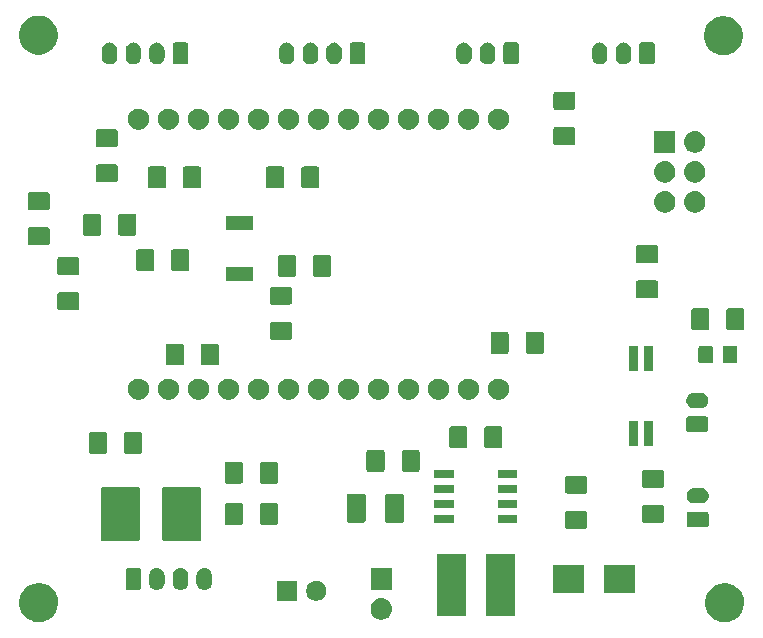
<source format=gbr>
G04 #@! TF.GenerationSoftware,KiCad,Pcbnew,5.1.4*
G04 #@! TF.CreationDate,2019-11-29T20:38:04+00:00*
G04 #@! TF.ProjectId,ESP32ControllerCircuit,45535033-3243-46f6-9e74-726f6c6c6572,rev?*
G04 #@! TF.SameCoordinates,Original*
G04 #@! TF.FileFunction,Soldermask,Top*
G04 #@! TF.FilePolarity,Negative*
%FSLAX46Y46*%
G04 Gerber Fmt 4.6, Leading zero omitted, Abs format (unit mm)*
G04 Created by KiCad (PCBNEW 5.1.4) date 2019-11-29 20:38:04*
%MOMM*%
%LPD*%
G04 APERTURE LIST*
%ADD10C,0.100000*%
G04 APERTURE END LIST*
D10*
G36*
X134455256Y-126901298D02*
G01*
X134561579Y-126922447D01*
X134774037Y-127010450D01*
X134837898Y-127036902D01*
X134862042Y-127046903D01*
X135132451Y-127227585D01*
X135362415Y-127457549D01*
X135543097Y-127727958D01*
X135667553Y-128028421D01*
X135670350Y-128042481D01*
X135731000Y-128347389D01*
X135731000Y-128672611D01*
X135726838Y-128693534D01*
X135667553Y-128991579D01*
X135543097Y-129292042D01*
X135362415Y-129562451D01*
X135132451Y-129792415D01*
X134862042Y-129973097D01*
X134561579Y-130097553D01*
X134455256Y-130118702D01*
X134242611Y-130161000D01*
X133917389Y-130161000D01*
X133704744Y-130118702D01*
X133598421Y-130097553D01*
X133297958Y-129973097D01*
X133027549Y-129792415D01*
X132797585Y-129562451D01*
X132616903Y-129292042D01*
X132492447Y-128991579D01*
X132433162Y-128693534D01*
X132429000Y-128672611D01*
X132429000Y-128347389D01*
X132489650Y-128042481D01*
X132492447Y-128028421D01*
X132616903Y-127727958D01*
X132797585Y-127457549D01*
X133027549Y-127227585D01*
X133297958Y-127046903D01*
X133322103Y-127036902D01*
X133385963Y-127010450D01*
X133598421Y-126922447D01*
X133704744Y-126901298D01*
X133917389Y-126859000D01*
X134242611Y-126859000D01*
X134455256Y-126901298D01*
X134455256Y-126901298D01*
G37*
G36*
X76375256Y-126891298D02*
G01*
X76481579Y-126912447D01*
X76782042Y-127036903D01*
X77052451Y-127217585D01*
X77282415Y-127447549D01*
X77463097Y-127717958D01*
X77587553Y-128018421D01*
X77592339Y-128042481D01*
X77651000Y-128337389D01*
X77651000Y-128662611D01*
X77644849Y-128693532D01*
X77587553Y-128981579D01*
X77463097Y-129282042D01*
X77282415Y-129552451D01*
X77052451Y-129782415D01*
X76782042Y-129963097D01*
X76782041Y-129963098D01*
X76782040Y-129963098D01*
X76694037Y-129999550D01*
X76481579Y-130087553D01*
X76375256Y-130108702D01*
X76162611Y-130151000D01*
X75837389Y-130151000D01*
X75624744Y-130108702D01*
X75518421Y-130087553D01*
X75305963Y-129999550D01*
X75217960Y-129963098D01*
X75217959Y-129963098D01*
X75217958Y-129963097D01*
X74947549Y-129782415D01*
X74717585Y-129552451D01*
X74536903Y-129282042D01*
X74412447Y-128981579D01*
X74355151Y-128693532D01*
X74349000Y-128662611D01*
X74349000Y-128337389D01*
X74407661Y-128042481D01*
X74412447Y-128018421D01*
X74536903Y-127717958D01*
X74717585Y-127447549D01*
X74947549Y-127217585D01*
X75217958Y-127036903D01*
X75518421Y-126912447D01*
X75624744Y-126891298D01*
X75837389Y-126849000D01*
X76162611Y-126849000D01*
X76375256Y-126891298D01*
X76375256Y-126891298D01*
G37*
G36*
X105110442Y-128145518D02*
G01*
X105176627Y-128152037D01*
X105346466Y-128203557D01*
X105502991Y-128287222D01*
X105538729Y-128316552D01*
X105640186Y-128399814D01*
X105723448Y-128501271D01*
X105752778Y-128537009D01*
X105836443Y-128693534D01*
X105887963Y-128863373D01*
X105905359Y-129040000D01*
X105887963Y-129216627D01*
X105836443Y-129386466D01*
X105752778Y-129542991D01*
X105745014Y-129552451D01*
X105640186Y-129680186D01*
X105538729Y-129763448D01*
X105502991Y-129792778D01*
X105346466Y-129876443D01*
X105176627Y-129927963D01*
X105110442Y-129934482D01*
X105044260Y-129941000D01*
X104955740Y-129941000D01*
X104889558Y-129934482D01*
X104823373Y-129927963D01*
X104653534Y-129876443D01*
X104497009Y-129792778D01*
X104461271Y-129763448D01*
X104359814Y-129680186D01*
X104254986Y-129552451D01*
X104247222Y-129542991D01*
X104163557Y-129386466D01*
X104112037Y-129216627D01*
X104094641Y-129040000D01*
X104112037Y-128863373D01*
X104163557Y-128693534D01*
X104247222Y-128537009D01*
X104276552Y-128501271D01*
X104359814Y-128399814D01*
X104461271Y-128316552D01*
X104497009Y-128287222D01*
X104653534Y-128203557D01*
X104823373Y-128152037D01*
X104889558Y-128145518D01*
X104955740Y-128139000D01*
X105044260Y-128139000D01*
X105110442Y-128145518D01*
X105110442Y-128145518D01*
G37*
G36*
X116301000Y-129601000D02*
G01*
X113849000Y-129601000D01*
X113849000Y-124399000D01*
X116301000Y-124399000D01*
X116301000Y-129601000D01*
X116301000Y-129601000D01*
G37*
G36*
X112151000Y-129601000D02*
G01*
X109699000Y-129601000D01*
X109699000Y-124399000D01*
X112151000Y-124399000D01*
X112151000Y-129601000D01*
X112151000Y-129601000D01*
G37*
G36*
X97851000Y-128351000D02*
G01*
X96149000Y-128351000D01*
X96149000Y-126649000D01*
X97851000Y-126649000D01*
X97851000Y-128351000D01*
X97851000Y-128351000D01*
G37*
G36*
X99748228Y-126681703D02*
G01*
X99903100Y-126745853D01*
X100042481Y-126838985D01*
X100161015Y-126957519D01*
X100254147Y-127096900D01*
X100318297Y-127251772D01*
X100351000Y-127416184D01*
X100351000Y-127583816D01*
X100318297Y-127748228D01*
X100254147Y-127903100D01*
X100161015Y-128042481D01*
X100042481Y-128161015D01*
X99903100Y-128254147D01*
X99748228Y-128318297D01*
X99583816Y-128351000D01*
X99416184Y-128351000D01*
X99251772Y-128318297D01*
X99096900Y-128254147D01*
X98957519Y-128161015D01*
X98838985Y-128042481D01*
X98745853Y-127903100D01*
X98681703Y-127748228D01*
X98649000Y-127583816D01*
X98649000Y-127416184D01*
X98681703Y-127251772D01*
X98745853Y-127096900D01*
X98838985Y-126957519D01*
X98957519Y-126838985D01*
X99096900Y-126745853D01*
X99251772Y-126681703D01*
X99416184Y-126649000D01*
X99583816Y-126649000D01*
X99748228Y-126681703D01*
X99748228Y-126681703D01*
G37*
G36*
X126451000Y-127701000D02*
G01*
X123849000Y-127701000D01*
X123849000Y-125299000D01*
X126451000Y-125299000D01*
X126451000Y-127701000D01*
X126451000Y-127701000D01*
G37*
G36*
X122151000Y-127701000D02*
G01*
X119549000Y-127701000D01*
X119549000Y-125299000D01*
X122151000Y-125299000D01*
X122151000Y-127701000D01*
X122151000Y-127701000D01*
G37*
G36*
X90127617Y-125583420D02*
G01*
X90208399Y-125607925D01*
X90250335Y-125620646D01*
X90363424Y-125681094D01*
X90462554Y-125762447D01*
X90543906Y-125861575D01*
X90604354Y-125974664D01*
X90614040Y-126006596D01*
X90641580Y-126097382D01*
X90651000Y-126193027D01*
X90651000Y-126806973D01*
X90641580Y-126902618D01*
X90614040Y-126993404D01*
X90604354Y-127025336D01*
X90543906Y-127138425D01*
X90462554Y-127237554D01*
X90363425Y-127318906D01*
X90250336Y-127379354D01*
X90218404Y-127389040D01*
X90127618Y-127416580D01*
X90000000Y-127429149D01*
X89872383Y-127416580D01*
X89781597Y-127389040D01*
X89749665Y-127379354D01*
X89636576Y-127318906D01*
X89537447Y-127237554D01*
X89456096Y-127138427D01*
X89456095Y-127138425D01*
X89407174Y-127046902D01*
X89395645Y-127025333D01*
X89383237Y-126984427D01*
X89358420Y-126902618D01*
X89349000Y-126806973D01*
X89349000Y-126193028D01*
X89358420Y-126097383D01*
X89395645Y-125974669D01*
X89395646Y-125974665D01*
X89456094Y-125861576D01*
X89537447Y-125762446D01*
X89636575Y-125681094D01*
X89749664Y-125620646D01*
X89791600Y-125607925D01*
X89872382Y-125583420D01*
X90000000Y-125570851D01*
X90127617Y-125583420D01*
X90127617Y-125583420D01*
G37*
G36*
X88127617Y-125583420D02*
G01*
X88208399Y-125607925D01*
X88250335Y-125620646D01*
X88363424Y-125681094D01*
X88462554Y-125762447D01*
X88543906Y-125861575D01*
X88604354Y-125974664D01*
X88614040Y-126006596D01*
X88641580Y-126097382D01*
X88651000Y-126193027D01*
X88651000Y-126806973D01*
X88641580Y-126902618D01*
X88614040Y-126993404D01*
X88604354Y-127025336D01*
X88543906Y-127138425D01*
X88462554Y-127237554D01*
X88363425Y-127318906D01*
X88250336Y-127379354D01*
X88218404Y-127389040D01*
X88127618Y-127416580D01*
X88000000Y-127429149D01*
X87872383Y-127416580D01*
X87781597Y-127389040D01*
X87749665Y-127379354D01*
X87636576Y-127318906D01*
X87537447Y-127237554D01*
X87456096Y-127138427D01*
X87456095Y-127138425D01*
X87407174Y-127046902D01*
X87395645Y-127025333D01*
X87383237Y-126984427D01*
X87358420Y-126902618D01*
X87349000Y-126806973D01*
X87349000Y-126193028D01*
X87358420Y-126097383D01*
X87395645Y-125974669D01*
X87395646Y-125974665D01*
X87456094Y-125861576D01*
X87537447Y-125762446D01*
X87636575Y-125681094D01*
X87749664Y-125620646D01*
X87791600Y-125607925D01*
X87872382Y-125583420D01*
X88000000Y-125570851D01*
X88127617Y-125583420D01*
X88127617Y-125583420D01*
G37*
G36*
X86127617Y-125583420D02*
G01*
X86208399Y-125607925D01*
X86250335Y-125620646D01*
X86363424Y-125681094D01*
X86462554Y-125762447D01*
X86543906Y-125861575D01*
X86604354Y-125974664D01*
X86614040Y-126006596D01*
X86641580Y-126097382D01*
X86651000Y-126193027D01*
X86651000Y-126806973D01*
X86641580Y-126902618D01*
X86614040Y-126993404D01*
X86604354Y-127025336D01*
X86543906Y-127138425D01*
X86462554Y-127237554D01*
X86363425Y-127318906D01*
X86250336Y-127379354D01*
X86218404Y-127389040D01*
X86127618Y-127416580D01*
X86000000Y-127429149D01*
X85872383Y-127416580D01*
X85781597Y-127389040D01*
X85749665Y-127379354D01*
X85636576Y-127318906D01*
X85537447Y-127237554D01*
X85456096Y-127138427D01*
X85456095Y-127138425D01*
X85407174Y-127046902D01*
X85395645Y-127025333D01*
X85383237Y-126984427D01*
X85358420Y-126902618D01*
X85349000Y-126806973D01*
X85349000Y-126193028D01*
X85358420Y-126097383D01*
X85395645Y-125974669D01*
X85395646Y-125974665D01*
X85456094Y-125861576D01*
X85537447Y-125762446D01*
X85636575Y-125681094D01*
X85749664Y-125620646D01*
X85791600Y-125607925D01*
X85872382Y-125583420D01*
X86000000Y-125570851D01*
X86127617Y-125583420D01*
X86127617Y-125583420D01*
G37*
G36*
X84491242Y-125578404D02*
G01*
X84528337Y-125589657D01*
X84562515Y-125607925D01*
X84592481Y-125632519D01*
X84617075Y-125662485D01*
X84635343Y-125696663D01*
X84646596Y-125733758D01*
X84651000Y-125778474D01*
X84651000Y-127221526D01*
X84646596Y-127266242D01*
X84635343Y-127303337D01*
X84617075Y-127337515D01*
X84592481Y-127367481D01*
X84562515Y-127392075D01*
X84528337Y-127410343D01*
X84491242Y-127421596D01*
X84446526Y-127426000D01*
X83553474Y-127426000D01*
X83508758Y-127421596D01*
X83471663Y-127410343D01*
X83437485Y-127392075D01*
X83407519Y-127367481D01*
X83382925Y-127337515D01*
X83364657Y-127303337D01*
X83353404Y-127266242D01*
X83349000Y-127221526D01*
X83349000Y-125778474D01*
X83353404Y-125733758D01*
X83364657Y-125696663D01*
X83382925Y-125662485D01*
X83407519Y-125632519D01*
X83437485Y-125607925D01*
X83471663Y-125589657D01*
X83508758Y-125578404D01*
X83553474Y-125574000D01*
X84446526Y-125574000D01*
X84491242Y-125578404D01*
X84491242Y-125578404D01*
G37*
G36*
X105901000Y-127401000D02*
G01*
X104099000Y-127401000D01*
X104099000Y-125599000D01*
X105901000Y-125599000D01*
X105901000Y-127401000D01*
X105901000Y-127401000D01*
G37*
G36*
X89628131Y-118727523D02*
G01*
X89656628Y-118736167D01*
X89682889Y-118750204D01*
X89705906Y-118769094D01*
X89724796Y-118792111D01*
X89738833Y-118818372D01*
X89747477Y-118846869D01*
X89751000Y-118882640D01*
X89751000Y-123117360D01*
X89747477Y-123153131D01*
X89738833Y-123181628D01*
X89724796Y-123207889D01*
X89705906Y-123230906D01*
X89682889Y-123249796D01*
X89656628Y-123263833D01*
X89628131Y-123272477D01*
X89592360Y-123276000D01*
X86607640Y-123276000D01*
X86571869Y-123272477D01*
X86543372Y-123263833D01*
X86517111Y-123249796D01*
X86494094Y-123230906D01*
X86475204Y-123207889D01*
X86461167Y-123181628D01*
X86452523Y-123153131D01*
X86449000Y-123117360D01*
X86449000Y-118882640D01*
X86452523Y-118846869D01*
X86461167Y-118818372D01*
X86475204Y-118792111D01*
X86494094Y-118769094D01*
X86517111Y-118750204D01*
X86543372Y-118736167D01*
X86571869Y-118727523D01*
X86607640Y-118724000D01*
X89592360Y-118724000D01*
X89628131Y-118727523D01*
X89628131Y-118727523D01*
G37*
G36*
X84428131Y-118727523D02*
G01*
X84456628Y-118736167D01*
X84482889Y-118750204D01*
X84505906Y-118769094D01*
X84524796Y-118792111D01*
X84538833Y-118818372D01*
X84547477Y-118846869D01*
X84551000Y-118882640D01*
X84551000Y-123117360D01*
X84547477Y-123153131D01*
X84538833Y-123181628D01*
X84524796Y-123207889D01*
X84505906Y-123230906D01*
X84482889Y-123249796D01*
X84456628Y-123263833D01*
X84428131Y-123272477D01*
X84392360Y-123276000D01*
X81407640Y-123276000D01*
X81371869Y-123272477D01*
X81343372Y-123263833D01*
X81317111Y-123249796D01*
X81294094Y-123230906D01*
X81275204Y-123207889D01*
X81261167Y-123181628D01*
X81252523Y-123153131D01*
X81249000Y-123117360D01*
X81249000Y-118882640D01*
X81252523Y-118846869D01*
X81261167Y-118818372D01*
X81275204Y-118792111D01*
X81294094Y-118769094D01*
X81317111Y-118750204D01*
X81343372Y-118736167D01*
X81371869Y-118727523D01*
X81407640Y-118724000D01*
X84392360Y-118724000D01*
X84428131Y-118727523D01*
X84428131Y-118727523D01*
G37*
G36*
X122275562Y-120728181D02*
G01*
X122310481Y-120738774D01*
X122342663Y-120755976D01*
X122370873Y-120779127D01*
X122394024Y-120807337D01*
X122411226Y-120839519D01*
X122421819Y-120874438D01*
X122426000Y-120916895D01*
X122426000Y-122058105D01*
X122421819Y-122100562D01*
X122411226Y-122135481D01*
X122394024Y-122167663D01*
X122370873Y-122195873D01*
X122342663Y-122219024D01*
X122310481Y-122236226D01*
X122275562Y-122246819D01*
X122233105Y-122251000D01*
X120766895Y-122251000D01*
X120724438Y-122246819D01*
X120689519Y-122236226D01*
X120657337Y-122219024D01*
X120629127Y-122195873D01*
X120605976Y-122167663D01*
X120588774Y-122135481D01*
X120578181Y-122100562D01*
X120574000Y-122058105D01*
X120574000Y-120916895D01*
X120578181Y-120874438D01*
X120588774Y-120839519D01*
X120605976Y-120807337D01*
X120629127Y-120779127D01*
X120657337Y-120755976D01*
X120689519Y-120738774D01*
X120724438Y-120728181D01*
X120766895Y-120724000D01*
X122233105Y-120724000D01*
X122275562Y-120728181D01*
X122275562Y-120728181D01*
G37*
G36*
X132556242Y-120803404D02*
G01*
X132593337Y-120814657D01*
X132627515Y-120832925D01*
X132657481Y-120857519D01*
X132682075Y-120887485D01*
X132700343Y-120921663D01*
X132711596Y-120958758D01*
X132716000Y-121003474D01*
X132716000Y-121896526D01*
X132711596Y-121941242D01*
X132700343Y-121978337D01*
X132682075Y-122012515D01*
X132657481Y-122042481D01*
X132627515Y-122067075D01*
X132593337Y-122085343D01*
X132556242Y-122096596D01*
X132511526Y-122101000D01*
X131068474Y-122101000D01*
X131023758Y-122096596D01*
X130986663Y-122085343D01*
X130952485Y-122067075D01*
X130922519Y-122042481D01*
X130897925Y-122012515D01*
X130879657Y-121978337D01*
X130868404Y-121941242D01*
X130864000Y-121896526D01*
X130864000Y-121003474D01*
X130868404Y-120958758D01*
X130879657Y-120921663D01*
X130897925Y-120887485D01*
X130922519Y-120857519D01*
X130952485Y-120832925D01*
X130986663Y-120814657D01*
X131023758Y-120803404D01*
X131068474Y-120799000D01*
X132511526Y-120799000D01*
X132556242Y-120803404D01*
X132556242Y-120803404D01*
G37*
G36*
X96100562Y-120078181D02*
G01*
X96135481Y-120088774D01*
X96167663Y-120105976D01*
X96195873Y-120129127D01*
X96219024Y-120157337D01*
X96236226Y-120189519D01*
X96246819Y-120224438D01*
X96251000Y-120266895D01*
X96251000Y-121733105D01*
X96246819Y-121775562D01*
X96236226Y-121810481D01*
X96219024Y-121842663D01*
X96195873Y-121870873D01*
X96167663Y-121894024D01*
X96135481Y-121911226D01*
X96100562Y-121921819D01*
X96058105Y-121926000D01*
X94916895Y-121926000D01*
X94874438Y-121921819D01*
X94839519Y-121911226D01*
X94807337Y-121894024D01*
X94779127Y-121870873D01*
X94755976Y-121842663D01*
X94738774Y-121810481D01*
X94728181Y-121775562D01*
X94724000Y-121733105D01*
X94724000Y-120266895D01*
X94728181Y-120224438D01*
X94738774Y-120189519D01*
X94755976Y-120157337D01*
X94779127Y-120129127D01*
X94807337Y-120105976D01*
X94839519Y-120088774D01*
X94874438Y-120078181D01*
X94916895Y-120074000D01*
X96058105Y-120074000D01*
X96100562Y-120078181D01*
X96100562Y-120078181D01*
G37*
G36*
X93125562Y-120078181D02*
G01*
X93160481Y-120088774D01*
X93192663Y-120105976D01*
X93220873Y-120129127D01*
X93244024Y-120157337D01*
X93261226Y-120189519D01*
X93271819Y-120224438D01*
X93276000Y-120266895D01*
X93276000Y-121733105D01*
X93271819Y-121775562D01*
X93261226Y-121810481D01*
X93244024Y-121842663D01*
X93220873Y-121870873D01*
X93192663Y-121894024D01*
X93160481Y-121911226D01*
X93125562Y-121921819D01*
X93083105Y-121926000D01*
X91941895Y-121926000D01*
X91899438Y-121921819D01*
X91864519Y-121911226D01*
X91832337Y-121894024D01*
X91804127Y-121870873D01*
X91780976Y-121842663D01*
X91763774Y-121810481D01*
X91753181Y-121775562D01*
X91749000Y-121733105D01*
X91749000Y-120266895D01*
X91753181Y-120224438D01*
X91763774Y-120189519D01*
X91780976Y-120157337D01*
X91804127Y-120129127D01*
X91832337Y-120105976D01*
X91864519Y-120088774D01*
X91899438Y-120078181D01*
X91941895Y-120074000D01*
X93083105Y-120074000D01*
X93125562Y-120078181D01*
X93125562Y-120078181D01*
G37*
G36*
X111126000Y-121756000D02*
G01*
X109474000Y-121756000D01*
X109474000Y-121054000D01*
X111126000Y-121054000D01*
X111126000Y-121756000D01*
X111126000Y-121756000D01*
G37*
G36*
X116526000Y-121756000D02*
G01*
X114874000Y-121756000D01*
X114874000Y-121054000D01*
X116526000Y-121054000D01*
X116526000Y-121756000D01*
X116526000Y-121756000D01*
G37*
G36*
X128775562Y-120228181D02*
G01*
X128810481Y-120238774D01*
X128842663Y-120255976D01*
X128870873Y-120279127D01*
X128894024Y-120307337D01*
X128911226Y-120339519D01*
X128921819Y-120374438D01*
X128926000Y-120416895D01*
X128926000Y-121558105D01*
X128921819Y-121600562D01*
X128911226Y-121635481D01*
X128894024Y-121667663D01*
X128870873Y-121695873D01*
X128842663Y-121719024D01*
X128810481Y-121736226D01*
X128775562Y-121746819D01*
X128733105Y-121751000D01*
X127266895Y-121751000D01*
X127224438Y-121746819D01*
X127189519Y-121736226D01*
X127157337Y-121719024D01*
X127129127Y-121695873D01*
X127105976Y-121667663D01*
X127088774Y-121635481D01*
X127078181Y-121600562D01*
X127074000Y-121558105D01*
X127074000Y-120416895D01*
X127078181Y-120374438D01*
X127088774Y-120339519D01*
X127105976Y-120307337D01*
X127129127Y-120279127D01*
X127157337Y-120255976D01*
X127189519Y-120238774D01*
X127224438Y-120228181D01*
X127266895Y-120224000D01*
X128733105Y-120224000D01*
X128775562Y-120228181D01*
X128775562Y-120228181D01*
G37*
G36*
X106778048Y-119278122D02*
G01*
X106812387Y-119288539D01*
X106844036Y-119305456D01*
X106871778Y-119328222D01*
X106894544Y-119355964D01*
X106911461Y-119387613D01*
X106921878Y-119421952D01*
X106926000Y-119463807D01*
X106926000Y-121536193D01*
X106921878Y-121578048D01*
X106911461Y-121612387D01*
X106894544Y-121644036D01*
X106871778Y-121671778D01*
X106844036Y-121694544D01*
X106812387Y-121711461D01*
X106778048Y-121721878D01*
X106736193Y-121726000D01*
X105513807Y-121726000D01*
X105471952Y-121721878D01*
X105437613Y-121711461D01*
X105405964Y-121694544D01*
X105378222Y-121671778D01*
X105355456Y-121644036D01*
X105338539Y-121612387D01*
X105328122Y-121578048D01*
X105324000Y-121536193D01*
X105324000Y-119463807D01*
X105328122Y-119421952D01*
X105338539Y-119387613D01*
X105355456Y-119355964D01*
X105378222Y-119328222D01*
X105405964Y-119305456D01*
X105437613Y-119288539D01*
X105471952Y-119278122D01*
X105513807Y-119274000D01*
X106736193Y-119274000D01*
X106778048Y-119278122D01*
X106778048Y-119278122D01*
G37*
G36*
X103528048Y-119278122D02*
G01*
X103562387Y-119288539D01*
X103594036Y-119305456D01*
X103621778Y-119328222D01*
X103644544Y-119355964D01*
X103661461Y-119387613D01*
X103671878Y-119421952D01*
X103676000Y-119463807D01*
X103676000Y-121536193D01*
X103671878Y-121578048D01*
X103661461Y-121612387D01*
X103644544Y-121644036D01*
X103621778Y-121671778D01*
X103594036Y-121694544D01*
X103562387Y-121711461D01*
X103528048Y-121721878D01*
X103486193Y-121726000D01*
X102263807Y-121726000D01*
X102221952Y-121721878D01*
X102187613Y-121711461D01*
X102155964Y-121694544D01*
X102128222Y-121671778D01*
X102105456Y-121644036D01*
X102088539Y-121612387D01*
X102078122Y-121578048D01*
X102074000Y-121536193D01*
X102074000Y-119463807D01*
X102078122Y-119421952D01*
X102088539Y-119387613D01*
X102105456Y-119355964D01*
X102128222Y-119328222D01*
X102155964Y-119305456D01*
X102187613Y-119288539D01*
X102221952Y-119278122D01*
X102263807Y-119274000D01*
X103486193Y-119274000D01*
X103528048Y-119278122D01*
X103528048Y-119278122D01*
G37*
G36*
X111126000Y-120486000D02*
G01*
X109474000Y-120486000D01*
X109474000Y-119784000D01*
X111126000Y-119784000D01*
X111126000Y-120486000D01*
X111126000Y-120486000D01*
G37*
G36*
X116526000Y-120486000D02*
G01*
X114874000Y-120486000D01*
X114874000Y-119784000D01*
X116526000Y-119784000D01*
X116526000Y-120486000D01*
X116526000Y-120486000D01*
G37*
G36*
X132128855Y-118802140D02*
G01*
X132192618Y-118808420D01*
X132283404Y-118835960D01*
X132315336Y-118845646D01*
X132428425Y-118906094D01*
X132527554Y-118987446D01*
X132608906Y-119086575D01*
X132669354Y-119199664D01*
X132678815Y-119230852D01*
X132706580Y-119322382D01*
X132719149Y-119450000D01*
X132706580Y-119577618D01*
X132679040Y-119668404D01*
X132669354Y-119700336D01*
X132608906Y-119813425D01*
X132527554Y-119912554D01*
X132428425Y-119993906D01*
X132315336Y-120054354D01*
X132283404Y-120064040D01*
X132192618Y-120091580D01*
X132128855Y-120097860D01*
X132096974Y-120101000D01*
X131483026Y-120101000D01*
X131451145Y-120097860D01*
X131387382Y-120091580D01*
X131296596Y-120064040D01*
X131264664Y-120054354D01*
X131151575Y-119993906D01*
X131052446Y-119912554D01*
X130971094Y-119813425D01*
X130910646Y-119700336D01*
X130900960Y-119668404D01*
X130873420Y-119577618D01*
X130860851Y-119450000D01*
X130873420Y-119322382D01*
X130901185Y-119230852D01*
X130910646Y-119199664D01*
X130971094Y-119086575D01*
X131052446Y-118987446D01*
X131151575Y-118906094D01*
X131264664Y-118845646D01*
X131296596Y-118835960D01*
X131387382Y-118808420D01*
X131451145Y-118802140D01*
X131483026Y-118799000D01*
X132096974Y-118799000D01*
X132128855Y-118802140D01*
X132128855Y-118802140D01*
G37*
G36*
X122275562Y-117753181D02*
G01*
X122310481Y-117763774D01*
X122342663Y-117780976D01*
X122370873Y-117804127D01*
X122394024Y-117832337D01*
X122411226Y-117864519D01*
X122421819Y-117899438D01*
X122426000Y-117941895D01*
X122426000Y-119083105D01*
X122421819Y-119125562D01*
X122411226Y-119160481D01*
X122394024Y-119192663D01*
X122370873Y-119220873D01*
X122342663Y-119244024D01*
X122310481Y-119261226D01*
X122275562Y-119271819D01*
X122233105Y-119276000D01*
X120766895Y-119276000D01*
X120724438Y-119271819D01*
X120689519Y-119261226D01*
X120657337Y-119244024D01*
X120629127Y-119220873D01*
X120605976Y-119192663D01*
X120588774Y-119160481D01*
X120578181Y-119125562D01*
X120574000Y-119083105D01*
X120574000Y-117941895D01*
X120578181Y-117899438D01*
X120588774Y-117864519D01*
X120605976Y-117832337D01*
X120629127Y-117804127D01*
X120657337Y-117780976D01*
X120689519Y-117763774D01*
X120724438Y-117753181D01*
X120766895Y-117749000D01*
X122233105Y-117749000D01*
X122275562Y-117753181D01*
X122275562Y-117753181D01*
G37*
G36*
X111126000Y-119216000D02*
G01*
X109474000Y-119216000D01*
X109474000Y-118514000D01*
X111126000Y-118514000D01*
X111126000Y-119216000D01*
X111126000Y-119216000D01*
G37*
G36*
X116526000Y-119216000D02*
G01*
X114874000Y-119216000D01*
X114874000Y-118514000D01*
X116526000Y-118514000D01*
X116526000Y-119216000D01*
X116526000Y-119216000D01*
G37*
G36*
X128775562Y-117253181D02*
G01*
X128810481Y-117263774D01*
X128842663Y-117280976D01*
X128870873Y-117304127D01*
X128894024Y-117332337D01*
X128911226Y-117364519D01*
X128921819Y-117399438D01*
X128926000Y-117441895D01*
X128926000Y-118583105D01*
X128921819Y-118625562D01*
X128911226Y-118660481D01*
X128894024Y-118692663D01*
X128870873Y-118720873D01*
X128842663Y-118744024D01*
X128810481Y-118761226D01*
X128775562Y-118771819D01*
X128733105Y-118776000D01*
X127266895Y-118776000D01*
X127224438Y-118771819D01*
X127189519Y-118761226D01*
X127157337Y-118744024D01*
X127129127Y-118720873D01*
X127105976Y-118692663D01*
X127088774Y-118660481D01*
X127078181Y-118625562D01*
X127074000Y-118583105D01*
X127074000Y-117441895D01*
X127078181Y-117399438D01*
X127088774Y-117364519D01*
X127105976Y-117332337D01*
X127129127Y-117304127D01*
X127157337Y-117280976D01*
X127189519Y-117263774D01*
X127224438Y-117253181D01*
X127266895Y-117249000D01*
X128733105Y-117249000D01*
X128775562Y-117253181D01*
X128775562Y-117253181D01*
G37*
G36*
X96100562Y-116578181D02*
G01*
X96135481Y-116588774D01*
X96167663Y-116605976D01*
X96195873Y-116629127D01*
X96219024Y-116657337D01*
X96236226Y-116689519D01*
X96246819Y-116724438D01*
X96251000Y-116766895D01*
X96251000Y-118233105D01*
X96246819Y-118275562D01*
X96236226Y-118310481D01*
X96219024Y-118342663D01*
X96195873Y-118370873D01*
X96167663Y-118394024D01*
X96135481Y-118411226D01*
X96100562Y-118421819D01*
X96058105Y-118426000D01*
X94916895Y-118426000D01*
X94874438Y-118421819D01*
X94839519Y-118411226D01*
X94807337Y-118394024D01*
X94779127Y-118370873D01*
X94755976Y-118342663D01*
X94738774Y-118310481D01*
X94728181Y-118275562D01*
X94724000Y-118233105D01*
X94724000Y-116766895D01*
X94728181Y-116724438D01*
X94738774Y-116689519D01*
X94755976Y-116657337D01*
X94779127Y-116629127D01*
X94807337Y-116605976D01*
X94839519Y-116588774D01*
X94874438Y-116578181D01*
X94916895Y-116574000D01*
X96058105Y-116574000D01*
X96100562Y-116578181D01*
X96100562Y-116578181D01*
G37*
G36*
X93125562Y-116578181D02*
G01*
X93160481Y-116588774D01*
X93192663Y-116605976D01*
X93220873Y-116629127D01*
X93244024Y-116657337D01*
X93261226Y-116689519D01*
X93271819Y-116724438D01*
X93276000Y-116766895D01*
X93276000Y-118233105D01*
X93271819Y-118275562D01*
X93261226Y-118310481D01*
X93244024Y-118342663D01*
X93220873Y-118370873D01*
X93192663Y-118394024D01*
X93160481Y-118411226D01*
X93125562Y-118421819D01*
X93083105Y-118426000D01*
X91941895Y-118426000D01*
X91899438Y-118421819D01*
X91864519Y-118411226D01*
X91832337Y-118394024D01*
X91804127Y-118370873D01*
X91780976Y-118342663D01*
X91763774Y-118310481D01*
X91753181Y-118275562D01*
X91749000Y-118233105D01*
X91749000Y-116766895D01*
X91753181Y-116724438D01*
X91763774Y-116689519D01*
X91780976Y-116657337D01*
X91804127Y-116629127D01*
X91832337Y-116605976D01*
X91864519Y-116588774D01*
X91899438Y-116578181D01*
X91941895Y-116574000D01*
X93083105Y-116574000D01*
X93125562Y-116578181D01*
X93125562Y-116578181D01*
G37*
G36*
X116526000Y-117946000D02*
G01*
X114874000Y-117946000D01*
X114874000Y-117244000D01*
X116526000Y-117244000D01*
X116526000Y-117946000D01*
X116526000Y-117946000D01*
G37*
G36*
X111126000Y-117946000D02*
G01*
X109474000Y-117946000D01*
X109474000Y-117244000D01*
X111126000Y-117244000D01*
X111126000Y-117946000D01*
X111126000Y-117946000D01*
G37*
G36*
X105125562Y-115578181D02*
G01*
X105160481Y-115588774D01*
X105192663Y-115605976D01*
X105220873Y-115629127D01*
X105244024Y-115657337D01*
X105261226Y-115689519D01*
X105271819Y-115724438D01*
X105276000Y-115766895D01*
X105276000Y-117233105D01*
X105271819Y-117275562D01*
X105261226Y-117310481D01*
X105244024Y-117342663D01*
X105220873Y-117370873D01*
X105192663Y-117394024D01*
X105160481Y-117411226D01*
X105125562Y-117421819D01*
X105083105Y-117426000D01*
X103941895Y-117426000D01*
X103899438Y-117421819D01*
X103864519Y-117411226D01*
X103832337Y-117394024D01*
X103804127Y-117370873D01*
X103780976Y-117342663D01*
X103763774Y-117310481D01*
X103753181Y-117275562D01*
X103749000Y-117233105D01*
X103749000Y-115766895D01*
X103753181Y-115724438D01*
X103763774Y-115689519D01*
X103780976Y-115657337D01*
X103804127Y-115629127D01*
X103832337Y-115605976D01*
X103864519Y-115588774D01*
X103899438Y-115578181D01*
X103941895Y-115574000D01*
X105083105Y-115574000D01*
X105125562Y-115578181D01*
X105125562Y-115578181D01*
G37*
G36*
X108100562Y-115578181D02*
G01*
X108135481Y-115588774D01*
X108167663Y-115605976D01*
X108195873Y-115629127D01*
X108219024Y-115657337D01*
X108236226Y-115689519D01*
X108246819Y-115724438D01*
X108251000Y-115766895D01*
X108251000Y-117233105D01*
X108246819Y-117275562D01*
X108236226Y-117310481D01*
X108219024Y-117342663D01*
X108195873Y-117370873D01*
X108167663Y-117394024D01*
X108135481Y-117411226D01*
X108100562Y-117421819D01*
X108058105Y-117426000D01*
X106916895Y-117426000D01*
X106874438Y-117421819D01*
X106839519Y-117411226D01*
X106807337Y-117394024D01*
X106779127Y-117370873D01*
X106755976Y-117342663D01*
X106738774Y-117310481D01*
X106728181Y-117275562D01*
X106724000Y-117233105D01*
X106724000Y-115766895D01*
X106728181Y-115724438D01*
X106738774Y-115689519D01*
X106755976Y-115657337D01*
X106779127Y-115629127D01*
X106807337Y-115605976D01*
X106839519Y-115588774D01*
X106874438Y-115578181D01*
X106916895Y-115574000D01*
X108058105Y-115574000D01*
X108100562Y-115578181D01*
X108100562Y-115578181D01*
G37*
G36*
X81625562Y-114078181D02*
G01*
X81660481Y-114088774D01*
X81692663Y-114105976D01*
X81720873Y-114129127D01*
X81744024Y-114157337D01*
X81761226Y-114189519D01*
X81771819Y-114224438D01*
X81776000Y-114266895D01*
X81776000Y-115733105D01*
X81771819Y-115775562D01*
X81761226Y-115810481D01*
X81744024Y-115842663D01*
X81720873Y-115870873D01*
X81692663Y-115894024D01*
X81660481Y-115911226D01*
X81625562Y-115921819D01*
X81583105Y-115926000D01*
X80441895Y-115926000D01*
X80399438Y-115921819D01*
X80364519Y-115911226D01*
X80332337Y-115894024D01*
X80304127Y-115870873D01*
X80280976Y-115842663D01*
X80263774Y-115810481D01*
X80253181Y-115775562D01*
X80249000Y-115733105D01*
X80249000Y-114266895D01*
X80253181Y-114224438D01*
X80263774Y-114189519D01*
X80280976Y-114157337D01*
X80304127Y-114129127D01*
X80332337Y-114105976D01*
X80364519Y-114088774D01*
X80399438Y-114078181D01*
X80441895Y-114074000D01*
X81583105Y-114074000D01*
X81625562Y-114078181D01*
X81625562Y-114078181D01*
G37*
G36*
X84600562Y-114078181D02*
G01*
X84635481Y-114088774D01*
X84667663Y-114105976D01*
X84695873Y-114129127D01*
X84719024Y-114157337D01*
X84736226Y-114189519D01*
X84746819Y-114224438D01*
X84751000Y-114266895D01*
X84751000Y-115733105D01*
X84746819Y-115775562D01*
X84736226Y-115810481D01*
X84719024Y-115842663D01*
X84695873Y-115870873D01*
X84667663Y-115894024D01*
X84635481Y-115911226D01*
X84600562Y-115921819D01*
X84558105Y-115926000D01*
X83416895Y-115926000D01*
X83374438Y-115921819D01*
X83339519Y-115911226D01*
X83307337Y-115894024D01*
X83279127Y-115870873D01*
X83255976Y-115842663D01*
X83238774Y-115810481D01*
X83228181Y-115775562D01*
X83224000Y-115733105D01*
X83224000Y-114266895D01*
X83228181Y-114224438D01*
X83238774Y-114189519D01*
X83255976Y-114157337D01*
X83279127Y-114129127D01*
X83307337Y-114105976D01*
X83339519Y-114088774D01*
X83374438Y-114078181D01*
X83416895Y-114074000D01*
X84558105Y-114074000D01*
X84600562Y-114078181D01*
X84600562Y-114078181D01*
G37*
G36*
X112125562Y-113578181D02*
G01*
X112160481Y-113588774D01*
X112192663Y-113605976D01*
X112220873Y-113629127D01*
X112244024Y-113657337D01*
X112261226Y-113689519D01*
X112271819Y-113724438D01*
X112276000Y-113766895D01*
X112276000Y-115233105D01*
X112271819Y-115275562D01*
X112261226Y-115310481D01*
X112244024Y-115342663D01*
X112220873Y-115370873D01*
X112192663Y-115394024D01*
X112160481Y-115411226D01*
X112125562Y-115421819D01*
X112083105Y-115426000D01*
X110941895Y-115426000D01*
X110899438Y-115421819D01*
X110864519Y-115411226D01*
X110832337Y-115394024D01*
X110804127Y-115370873D01*
X110780976Y-115342663D01*
X110763774Y-115310481D01*
X110753181Y-115275562D01*
X110749000Y-115233105D01*
X110749000Y-113766895D01*
X110753181Y-113724438D01*
X110763774Y-113689519D01*
X110780976Y-113657337D01*
X110804127Y-113629127D01*
X110832337Y-113605976D01*
X110864519Y-113588774D01*
X110899438Y-113578181D01*
X110941895Y-113574000D01*
X112083105Y-113574000D01*
X112125562Y-113578181D01*
X112125562Y-113578181D01*
G37*
G36*
X115100562Y-113578181D02*
G01*
X115135481Y-113588774D01*
X115167663Y-113605976D01*
X115195873Y-113629127D01*
X115219024Y-113657337D01*
X115236226Y-113689519D01*
X115246819Y-113724438D01*
X115251000Y-113766895D01*
X115251000Y-115233105D01*
X115246819Y-115275562D01*
X115236226Y-115310481D01*
X115219024Y-115342663D01*
X115195873Y-115370873D01*
X115167663Y-115394024D01*
X115135481Y-115411226D01*
X115100562Y-115421819D01*
X115058105Y-115426000D01*
X113916895Y-115426000D01*
X113874438Y-115421819D01*
X113839519Y-115411226D01*
X113807337Y-115394024D01*
X113779127Y-115370873D01*
X113755976Y-115342663D01*
X113738774Y-115310481D01*
X113728181Y-115275562D01*
X113724000Y-115233105D01*
X113724000Y-113766895D01*
X113728181Y-113724438D01*
X113738774Y-113689519D01*
X113755976Y-113657337D01*
X113779127Y-113629127D01*
X113807337Y-113605976D01*
X113839519Y-113588774D01*
X113874438Y-113578181D01*
X113916895Y-113574000D01*
X115058105Y-113574000D01*
X115100562Y-113578181D01*
X115100562Y-113578181D01*
G37*
G36*
X128006000Y-115201000D02*
G01*
X127264000Y-115201000D01*
X127264000Y-113099000D01*
X128006000Y-113099000D01*
X128006000Y-115201000D01*
X128006000Y-115201000D01*
G37*
G36*
X126736000Y-115201000D02*
G01*
X125994000Y-115201000D01*
X125994000Y-113099000D01*
X126736000Y-113099000D01*
X126736000Y-115201000D01*
X126736000Y-115201000D01*
G37*
G36*
X132516242Y-112743404D02*
G01*
X132553337Y-112754657D01*
X132587515Y-112772925D01*
X132617481Y-112797519D01*
X132642075Y-112827485D01*
X132660343Y-112861663D01*
X132671596Y-112898758D01*
X132676000Y-112943474D01*
X132676000Y-113836526D01*
X132671596Y-113881242D01*
X132660343Y-113918337D01*
X132642075Y-113952515D01*
X132617481Y-113982481D01*
X132587515Y-114007075D01*
X132553337Y-114025343D01*
X132516242Y-114036596D01*
X132471526Y-114041000D01*
X131028474Y-114041000D01*
X130983758Y-114036596D01*
X130946663Y-114025343D01*
X130912485Y-114007075D01*
X130882519Y-113982481D01*
X130857925Y-113952515D01*
X130839657Y-113918337D01*
X130828404Y-113881242D01*
X130824000Y-113836526D01*
X130824000Y-112943474D01*
X130828404Y-112898758D01*
X130839657Y-112861663D01*
X130857925Y-112827485D01*
X130882519Y-112797519D01*
X130912485Y-112772925D01*
X130946663Y-112754657D01*
X130983758Y-112743404D01*
X131028474Y-112739000D01*
X132471526Y-112739000D01*
X132516242Y-112743404D01*
X132516242Y-112743404D01*
G37*
G36*
X132088855Y-110742140D02*
G01*
X132152618Y-110748420D01*
X132243404Y-110775960D01*
X132275336Y-110785646D01*
X132388425Y-110846094D01*
X132487554Y-110927446D01*
X132568906Y-111026575D01*
X132629354Y-111139664D01*
X132629355Y-111139668D01*
X132666580Y-111262382D01*
X132679149Y-111390000D01*
X132666580Y-111517618D01*
X132639040Y-111608404D01*
X132629354Y-111640336D01*
X132568906Y-111753425D01*
X132487554Y-111852554D01*
X132388425Y-111933906D01*
X132275336Y-111994354D01*
X132243404Y-112004040D01*
X132152618Y-112031580D01*
X132088855Y-112037860D01*
X132056974Y-112041000D01*
X131443026Y-112041000D01*
X131411145Y-112037860D01*
X131347382Y-112031580D01*
X131256596Y-112004040D01*
X131224664Y-111994354D01*
X131111575Y-111933906D01*
X131012446Y-111852554D01*
X130931094Y-111753425D01*
X130870646Y-111640336D01*
X130860960Y-111608404D01*
X130833420Y-111517618D01*
X130820851Y-111390000D01*
X130833420Y-111262382D01*
X130870645Y-111139668D01*
X130870646Y-111139664D01*
X130931094Y-111026575D01*
X131012446Y-110927446D01*
X131111575Y-110846094D01*
X131224664Y-110785646D01*
X131256596Y-110775960D01*
X131347382Y-110748420D01*
X131411145Y-110742140D01*
X131443026Y-110739000D01*
X132056974Y-110739000D01*
X132088855Y-110742140D01*
X132088855Y-110742140D01*
G37*
G36*
X102333512Y-109533927D02*
G01*
X102482812Y-109563624D01*
X102646784Y-109631544D01*
X102794354Y-109730147D01*
X102919853Y-109855646D01*
X103018456Y-110003216D01*
X103086376Y-110167188D01*
X103121000Y-110341259D01*
X103121000Y-110518741D01*
X103086376Y-110692812D01*
X103018456Y-110856784D01*
X102919853Y-111004354D01*
X102794354Y-111129853D01*
X102646784Y-111228456D01*
X102482812Y-111296376D01*
X102333512Y-111326073D01*
X102308742Y-111331000D01*
X102131258Y-111331000D01*
X102106488Y-111326073D01*
X101957188Y-111296376D01*
X101793216Y-111228456D01*
X101645646Y-111129853D01*
X101520147Y-111004354D01*
X101421544Y-110856784D01*
X101353624Y-110692812D01*
X101319000Y-110518741D01*
X101319000Y-110341259D01*
X101353624Y-110167188D01*
X101421544Y-110003216D01*
X101520147Y-109855646D01*
X101645646Y-109730147D01*
X101793216Y-109631544D01*
X101957188Y-109563624D01*
X102106488Y-109533927D01*
X102131258Y-109529000D01*
X102308742Y-109529000D01*
X102333512Y-109533927D01*
X102333512Y-109533927D01*
G37*
G36*
X92173512Y-109533927D02*
G01*
X92322812Y-109563624D01*
X92486784Y-109631544D01*
X92634354Y-109730147D01*
X92759853Y-109855646D01*
X92858456Y-110003216D01*
X92926376Y-110167188D01*
X92961000Y-110341259D01*
X92961000Y-110518741D01*
X92926376Y-110692812D01*
X92858456Y-110856784D01*
X92759853Y-111004354D01*
X92634354Y-111129853D01*
X92486784Y-111228456D01*
X92322812Y-111296376D01*
X92173512Y-111326073D01*
X92148742Y-111331000D01*
X91971258Y-111331000D01*
X91946488Y-111326073D01*
X91797188Y-111296376D01*
X91633216Y-111228456D01*
X91485646Y-111129853D01*
X91360147Y-111004354D01*
X91261544Y-110856784D01*
X91193624Y-110692812D01*
X91159000Y-110518741D01*
X91159000Y-110341259D01*
X91193624Y-110167188D01*
X91261544Y-110003216D01*
X91360147Y-109855646D01*
X91485646Y-109730147D01*
X91633216Y-109631544D01*
X91797188Y-109563624D01*
X91946488Y-109533927D01*
X91971258Y-109529000D01*
X92148742Y-109529000D01*
X92173512Y-109533927D01*
X92173512Y-109533927D01*
G37*
G36*
X84553512Y-109533927D02*
G01*
X84702812Y-109563624D01*
X84866784Y-109631544D01*
X85014354Y-109730147D01*
X85139853Y-109855646D01*
X85238456Y-110003216D01*
X85306376Y-110167188D01*
X85341000Y-110341259D01*
X85341000Y-110518741D01*
X85306376Y-110692812D01*
X85238456Y-110856784D01*
X85139853Y-111004354D01*
X85014354Y-111129853D01*
X84866784Y-111228456D01*
X84702812Y-111296376D01*
X84553512Y-111326073D01*
X84528742Y-111331000D01*
X84351258Y-111331000D01*
X84326488Y-111326073D01*
X84177188Y-111296376D01*
X84013216Y-111228456D01*
X83865646Y-111129853D01*
X83740147Y-111004354D01*
X83641544Y-110856784D01*
X83573624Y-110692812D01*
X83539000Y-110518741D01*
X83539000Y-110341259D01*
X83573624Y-110167188D01*
X83641544Y-110003216D01*
X83740147Y-109855646D01*
X83865646Y-109730147D01*
X84013216Y-109631544D01*
X84177188Y-109563624D01*
X84326488Y-109533927D01*
X84351258Y-109529000D01*
X84528742Y-109529000D01*
X84553512Y-109533927D01*
X84553512Y-109533927D01*
G37*
G36*
X87093512Y-109533927D02*
G01*
X87242812Y-109563624D01*
X87406784Y-109631544D01*
X87554354Y-109730147D01*
X87679853Y-109855646D01*
X87778456Y-110003216D01*
X87846376Y-110167188D01*
X87881000Y-110341259D01*
X87881000Y-110518741D01*
X87846376Y-110692812D01*
X87778456Y-110856784D01*
X87679853Y-111004354D01*
X87554354Y-111129853D01*
X87406784Y-111228456D01*
X87242812Y-111296376D01*
X87093512Y-111326073D01*
X87068742Y-111331000D01*
X86891258Y-111331000D01*
X86866488Y-111326073D01*
X86717188Y-111296376D01*
X86553216Y-111228456D01*
X86405646Y-111129853D01*
X86280147Y-111004354D01*
X86181544Y-110856784D01*
X86113624Y-110692812D01*
X86079000Y-110518741D01*
X86079000Y-110341259D01*
X86113624Y-110167188D01*
X86181544Y-110003216D01*
X86280147Y-109855646D01*
X86405646Y-109730147D01*
X86553216Y-109631544D01*
X86717188Y-109563624D01*
X86866488Y-109533927D01*
X86891258Y-109529000D01*
X87068742Y-109529000D01*
X87093512Y-109533927D01*
X87093512Y-109533927D01*
G37*
G36*
X89633512Y-109533927D02*
G01*
X89782812Y-109563624D01*
X89946784Y-109631544D01*
X90094354Y-109730147D01*
X90219853Y-109855646D01*
X90318456Y-110003216D01*
X90386376Y-110167188D01*
X90421000Y-110341259D01*
X90421000Y-110518741D01*
X90386376Y-110692812D01*
X90318456Y-110856784D01*
X90219853Y-111004354D01*
X90094354Y-111129853D01*
X89946784Y-111228456D01*
X89782812Y-111296376D01*
X89633512Y-111326073D01*
X89608742Y-111331000D01*
X89431258Y-111331000D01*
X89406488Y-111326073D01*
X89257188Y-111296376D01*
X89093216Y-111228456D01*
X88945646Y-111129853D01*
X88820147Y-111004354D01*
X88721544Y-110856784D01*
X88653624Y-110692812D01*
X88619000Y-110518741D01*
X88619000Y-110341259D01*
X88653624Y-110167188D01*
X88721544Y-110003216D01*
X88820147Y-109855646D01*
X88945646Y-109730147D01*
X89093216Y-109631544D01*
X89257188Y-109563624D01*
X89406488Y-109533927D01*
X89431258Y-109529000D01*
X89608742Y-109529000D01*
X89633512Y-109533927D01*
X89633512Y-109533927D01*
G37*
G36*
X94713512Y-109533927D02*
G01*
X94862812Y-109563624D01*
X95026784Y-109631544D01*
X95174354Y-109730147D01*
X95299853Y-109855646D01*
X95398456Y-110003216D01*
X95466376Y-110167188D01*
X95501000Y-110341259D01*
X95501000Y-110518741D01*
X95466376Y-110692812D01*
X95398456Y-110856784D01*
X95299853Y-111004354D01*
X95174354Y-111129853D01*
X95026784Y-111228456D01*
X94862812Y-111296376D01*
X94713512Y-111326073D01*
X94688742Y-111331000D01*
X94511258Y-111331000D01*
X94486488Y-111326073D01*
X94337188Y-111296376D01*
X94173216Y-111228456D01*
X94025646Y-111129853D01*
X93900147Y-111004354D01*
X93801544Y-110856784D01*
X93733624Y-110692812D01*
X93699000Y-110518741D01*
X93699000Y-110341259D01*
X93733624Y-110167188D01*
X93801544Y-110003216D01*
X93900147Y-109855646D01*
X94025646Y-109730147D01*
X94173216Y-109631544D01*
X94337188Y-109563624D01*
X94486488Y-109533927D01*
X94511258Y-109529000D01*
X94688742Y-109529000D01*
X94713512Y-109533927D01*
X94713512Y-109533927D01*
G37*
G36*
X115033512Y-109533927D02*
G01*
X115182812Y-109563624D01*
X115346784Y-109631544D01*
X115494354Y-109730147D01*
X115619853Y-109855646D01*
X115718456Y-110003216D01*
X115786376Y-110167188D01*
X115821000Y-110341259D01*
X115821000Y-110518741D01*
X115786376Y-110692812D01*
X115718456Y-110856784D01*
X115619853Y-111004354D01*
X115494354Y-111129853D01*
X115346784Y-111228456D01*
X115182812Y-111296376D01*
X115033512Y-111326073D01*
X115008742Y-111331000D01*
X114831258Y-111331000D01*
X114806488Y-111326073D01*
X114657188Y-111296376D01*
X114493216Y-111228456D01*
X114345646Y-111129853D01*
X114220147Y-111004354D01*
X114121544Y-110856784D01*
X114053624Y-110692812D01*
X114019000Y-110518741D01*
X114019000Y-110341259D01*
X114053624Y-110167188D01*
X114121544Y-110003216D01*
X114220147Y-109855646D01*
X114345646Y-109730147D01*
X114493216Y-109631544D01*
X114657188Y-109563624D01*
X114806488Y-109533927D01*
X114831258Y-109529000D01*
X115008742Y-109529000D01*
X115033512Y-109533927D01*
X115033512Y-109533927D01*
G37*
G36*
X112493512Y-109533927D02*
G01*
X112642812Y-109563624D01*
X112806784Y-109631544D01*
X112954354Y-109730147D01*
X113079853Y-109855646D01*
X113178456Y-110003216D01*
X113246376Y-110167188D01*
X113281000Y-110341259D01*
X113281000Y-110518741D01*
X113246376Y-110692812D01*
X113178456Y-110856784D01*
X113079853Y-111004354D01*
X112954354Y-111129853D01*
X112806784Y-111228456D01*
X112642812Y-111296376D01*
X112493512Y-111326073D01*
X112468742Y-111331000D01*
X112291258Y-111331000D01*
X112266488Y-111326073D01*
X112117188Y-111296376D01*
X111953216Y-111228456D01*
X111805646Y-111129853D01*
X111680147Y-111004354D01*
X111581544Y-110856784D01*
X111513624Y-110692812D01*
X111479000Y-110518741D01*
X111479000Y-110341259D01*
X111513624Y-110167188D01*
X111581544Y-110003216D01*
X111680147Y-109855646D01*
X111805646Y-109730147D01*
X111953216Y-109631544D01*
X112117188Y-109563624D01*
X112266488Y-109533927D01*
X112291258Y-109529000D01*
X112468742Y-109529000D01*
X112493512Y-109533927D01*
X112493512Y-109533927D01*
G37*
G36*
X109953512Y-109533927D02*
G01*
X110102812Y-109563624D01*
X110266784Y-109631544D01*
X110414354Y-109730147D01*
X110539853Y-109855646D01*
X110638456Y-110003216D01*
X110706376Y-110167188D01*
X110741000Y-110341259D01*
X110741000Y-110518741D01*
X110706376Y-110692812D01*
X110638456Y-110856784D01*
X110539853Y-111004354D01*
X110414354Y-111129853D01*
X110266784Y-111228456D01*
X110102812Y-111296376D01*
X109953512Y-111326073D01*
X109928742Y-111331000D01*
X109751258Y-111331000D01*
X109726488Y-111326073D01*
X109577188Y-111296376D01*
X109413216Y-111228456D01*
X109265646Y-111129853D01*
X109140147Y-111004354D01*
X109041544Y-110856784D01*
X108973624Y-110692812D01*
X108939000Y-110518741D01*
X108939000Y-110341259D01*
X108973624Y-110167188D01*
X109041544Y-110003216D01*
X109140147Y-109855646D01*
X109265646Y-109730147D01*
X109413216Y-109631544D01*
X109577188Y-109563624D01*
X109726488Y-109533927D01*
X109751258Y-109529000D01*
X109928742Y-109529000D01*
X109953512Y-109533927D01*
X109953512Y-109533927D01*
G37*
G36*
X107413512Y-109533927D02*
G01*
X107562812Y-109563624D01*
X107726784Y-109631544D01*
X107874354Y-109730147D01*
X107999853Y-109855646D01*
X108098456Y-110003216D01*
X108166376Y-110167188D01*
X108201000Y-110341259D01*
X108201000Y-110518741D01*
X108166376Y-110692812D01*
X108098456Y-110856784D01*
X107999853Y-111004354D01*
X107874354Y-111129853D01*
X107726784Y-111228456D01*
X107562812Y-111296376D01*
X107413512Y-111326073D01*
X107388742Y-111331000D01*
X107211258Y-111331000D01*
X107186488Y-111326073D01*
X107037188Y-111296376D01*
X106873216Y-111228456D01*
X106725646Y-111129853D01*
X106600147Y-111004354D01*
X106501544Y-110856784D01*
X106433624Y-110692812D01*
X106399000Y-110518741D01*
X106399000Y-110341259D01*
X106433624Y-110167188D01*
X106501544Y-110003216D01*
X106600147Y-109855646D01*
X106725646Y-109730147D01*
X106873216Y-109631544D01*
X107037188Y-109563624D01*
X107186488Y-109533927D01*
X107211258Y-109529000D01*
X107388742Y-109529000D01*
X107413512Y-109533927D01*
X107413512Y-109533927D01*
G37*
G36*
X104873512Y-109533927D02*
G01*
X105022812Y-109563624D01*
X105186784Y-109631544D01*
X105334354Y-109730147D01*
X105459853Y-109855646D01*
X105558456Y-110003216D01*
X105626376Y-110167188D01*
X105661000Y-110341259D01*
X105661000Y-110518741D01*
X105626376Y-110692812D01*
X105558456Y-110856784D01*
X105459853Y-111004354D01*
X105334354Y-111129853D01*
X105186784Y-111228456D01*
X105022812Y-111296376D01*
X104873512Y-111326073D01*
X104848742Y-111331000D01*
X104671258Y-111331000D01*
X104646488Y-111326073D01*
X104497188Y-111296376D01*
X104333216Y-111228456D01*
X104185646Y-111129853D01*
X104060147Y-111004354D01*
X103961544Y-110856784D01*
X103893624Y-110692812D01*
X103859000Y-110518741D01*
X103859000Y-110341259D01*
X103893624Y-110167188D01*
X103961544Y-110003216D01*
X104060147Y-109855646D01*
X104185646Y-109730147D01*
X104333216Y-109631544D01*
X104497188Y-109563624D01*
X104646488Y-109533927D01*
X104671258Y-109529000D01*
X104848742Y-109529000D01*
X104873512Y-109533927D01*
X104873512Y-109533927D01*
G37*
G36*
X99793512Y-109533927D02*
G01*
X99942812Y-109563624D01*
X100106784Y-109631544D01*
X100254354Y-109730147D01*
X100379853Y-109855646D01*
X100478456Y-110003216D01*
X100546376Y-110167188D01*
X100581000Y-110341259D01*
X100581000Y-110518741D01*
X100546376Y-110692812D01*
X100478456Y-110856784D01*
X100379853Y-111004354D01*
X100254354Y-111129853D01*
X100106784Y-111228456D01*
X99942812Y-111296376D01*
X99793512Y-111326073D01*
X99768742Y-111331000D01*
X99591258Y-111331000D01*
X99566488Y-111326073D01*
X99417188Y-111296376D01*
X99253216Y-111228456D01*
X99105646Y-111129853D01*
X98980147Y-111004354D01*
X98881544Y-110856784D01*
X98813624Y-110692812D01*
X98779000Y-110518741D01*
X98779000Y-110341259D01*
X98813624Y-110167188D01*
X98881544Y-110003216D01*
X98980147Y-109855646D01*
X99105646Y-109730147D01*
X99253216Y-109631544D01*
X99417188Y-109563624D01*
X99566488Y-109533927D01*
X99591258Y-109529000D01*
X99768742Y-109529000D01*
X99793512Y-109533927D01*
X99793512Y-109533927D01*
G37*
G36*
X97253512Y-109533927D02*
G01*
X97402812Y-109563624D01*
X97566784Y-109631544D01*
X97714354Y-109730147D01*
X97839853Y-109855646D01*
X97938456Y-110003216D01*
X98006376Y-110167188D01*
X98041000Y-110341259D01*
X98041000Y-110518741D01*
X98006376Y-110692812D01*
X97938456Y-110856784D01*
X97839853Y-111004354D01*
X97714354Y-111129853D01*
X97566784Y-111228456D01*
X97402812Y-111296376D01*
X97253512Y-111326073D01*
X97228742Y-111331000D01*
X97051258Y-111331000D01*
X97026488Y-111326073D01*
X96877188Y-111296376D01*
X96713216Y-111228456D01*
X96565646Y-111129853D01*
X96440147Y-111004354D01*
X96341544Y-110856784D01*
X96273624Y-110692812D01*
X96239000Y-110518741D01*
X96239000Y-110341259D01*
X96273624Y-110167188D01*
X96341544Y-110003216D01*
X96440147Y-109855646D01*
X96565646Y-109730147D01*
X96713216Y-109631544D01*
X96877188Y-109563624D01*
X97026488Y-109533927D01*
X97051258Y-109529000D01*
X97228742Y-109529000D01*
X97253512Y-109533927D01*
X97253512Y-109533927D01*
G37*
G36*
X126736000Y-108901000D02*
G01*
X125994000Y-108901000D01*
X125994000Y-106799000D01*
X126736000Y-106799000D01*
X126736000Y-108901000D01*
X126736000Y-108901000D01*
G37*
G36*
X128006000Y-108901000D02*
G01*
X127264000Y-108901000D01*
X127264000Y-106799000D01*
X128006000Y-106799000D01*
X128006000Y-108901000D01*
X128006000Y-108901000D01*
G37*
G36*
X91100562Y-106578181D02*
G01*
X91135481Y-106588774D01*
X91167663Y-106605976D01*
X91195873Y-106629127D01*
X91219024Y-106657337D01*
X91236226Y-106689519D01*
X91246819Y-106724438D01*
X91251000Y-106766895D01*
X91251000Y-108233105D01*
X91246819Y-108275562D01*
X91236226Y-108310481D01*
X91219024Y-108342663D01*
X91195873Y-108370873D01*
X91167663Y-108394024D01*
X91135481Y-108411226D01*
X91100562Y-108421819D01*
X91058105Y-108426000D01*
X89916895Y-108426000D01*
X89874438Y-108421819D01*
X89839519Y-108411226D01*
X89807337Y-108394024D01*
X89779127Y-108370873D01*
X89755976Y-108342663D01*
X89738774Y-108310481D01*
X89728181Y-108275562D01*
X89724000Y-108233105D01*
X89724000Y-106766895D01*
X89728181Y-106724438D01*
X89738774Y-106689519D01*
X89755976Y-106657337D01*
X89779127Y-106629127D01*
X89807337Y-106605976D01*
X89839519Y-106588774D01*
X89874438Y-106578181D01*
X89916895Y-106574000D01*
X91058105Y-106574000D01*
X91100562Y-106578181D01*
X91100562Y-106578181D01*
G37*
G36*
X88125562Y-106578181D02*
G01*
X88160481Y-106588774D01*
X88192663Y-106605976D01*
X88220873Y-106629127D01*
X88244024Y-106657337D01*
X88261226Y-106689519D01*
X88271819Y-106724438D01*
X88276000Y-106766895D01*
X88276000Y-108233105D01*
X88271819Y-108275562D01*
X88261226Y-108310481D01*
X88244024Y-108342663D01*
X88220873Y-108370873D01*
X88192663Y-108394024D01*
X88160481Y-108411226D01*
X88125562Y-108421819D01*
X88083105Y-108426000D01*
X86941895Y-108426000D01*
X86899438Y-108421819D01*
X86864519Y-108411226D01*
X86832337Y-108394024D01*
X86804127Y-108370873D01*
X86780976Y-108342663D01*
X86763774Y-108310481D01*
X86753181Y-108275562D01*
X86749000Y-108233105D01*
X86749000Y-106766895D01*
X86753181Y-106724438D01*
X86763774Y-106689519D01*
X86780976Y-106657337D01*
X86804127Y-106629127D01*
X86832337Y-106605976D01*
X86864519Y-106588774D01*
X86899438Y-106578181D01*
X86941895Y-106574000D01*
X88083105Y-106574000D01*
X88125562Y-106578181D01*
X88125562Y-106578181D01*
G37*
G36*
X134988674Y-106753465D02*
G01*
X135026367Y-106764899D01*
X135061103Y-106783466D01*
X135091548Y-106808452D01*
X135116534Y-106838897D01*
X135135101Y-106873633D01*
X135146535Y-106911326D01*
X135151000Y-106956661D01*
X135151000Y-108043339D01*
X135146535Y-108088674D01*
X135135101Y-108126367D01*
X135116534Y-108161103D01*
X135091548Y-108191548D01*
X135061103Y-108216534D01*
X135026367Y-108235101D01*
X134988674Y-108246535D01*
X134943339Y-108251000D01*
X134106661Y-108251000D01*
X134061326Y-108246535D01*
X134023633Y-108235101D01*
X133988897Y-108216534D01*
X133958452Y-108191548D01*
X133933466Y-108161103D01*
X133914899Y-108126367D01*
X133903465Y-108088674D01*
X133899000Y-108043339D01*
X133899000Y-106956661D01*
X133903465Y-106911326D01*
X133914899Y-106873633D01*
X133933466Y-106838897D01*
X133958452Y-106808452D01*
X133988897Y-106783466D01*
X134023633Y-106764899D01*
X134061326Y-106753465D01*
X134106661Y-106749000D01*
X134943339Y-106749000D01*
X134988674Y-106753465D01*
X134988674Y-106753465D01*
G37*
G36*
X132938674Y-106753465D02*
G01*
X132976367Y-106764899D01*
X133011103Y-106783466D01*
X133041548Y-106808452D01*
X133066534Y-106838897D01*
X133085101Y-106873633D01*
X133096535Y-106911326D01*
X133101000Y-106956661D01*
X133101000Y-108043339D01*
X133096535Y-108088674D01*
X133085101Y-108126367D01*
X133066534Y-108161103D01*
X133041548Y-108191548D01*
X133011103Y-108216534D01*
X132976367Y-108235101D01*
X132938674Y-108246535D01*
X132893339Y-108251000D01*
X132056661Y-108251000D01*
X132011326Y-108246535D01*
X131973633Y-108235101D01*
X131938897Y-108216534D01*
X131908452Y-108191548D01*
X131883466Y-108161103D01*
X131864899Y-108126367D01*
X131853465Y-108088674D01*
X131849000Y-108043339D01*
X131849000Y-106956661D01*
X131853465Y-106911326D01*
X131864899Y-106873633D01*
X131883466Y-106838897D01*
X131908452Y-106808452D01*
X131938897Y-106783466D01*
X131973633Y-106764899D01*
X132011326Y-106753465D01*
X132056661Y-106749000D01*
X132893339Y-106749000D01*
X132938674Y-106753465D01*
X132938674Y-106753465D01*
G37*
G36*
X115625562Y-105578181D02*
G01*
X115660481Y-105588774D01*
X115692663Y-105605976D01*
X115720873Y-105629127D01*
X115744024Y-105657337D01*
X115761226Y-105689519D01*
X115771819Y-105724438D01*
X115776000Y-105766895D01*
X115776000Y-107233105D01*
X115771819Y-107275562D01*
X115761226Y-107310481D01*
X115744024Y-107342663D01*
X115720873Y-107370873D01*
X115692663Y-107394024D01*
X115660481Y-107411226D01*
X115625562Y-107421819D01*
X115583105Y-107426000D01*
X114441895Y-107426000D01*
X114399438Y-107421819D01*
X114364519Y-107411226D01*
X114332337Y-107394024D01*
X114304127Y-107370873D01*
X114280976Y-107342663D01*
X114263774Y-107310481D01*
X114253181Y-107275562D01*
X114249000Y-107233105D01*
X114249000Y-105766895D01*
X114253181Y-105724438D01*
X114263774Y-105689519D01*
X114280976Y-105657337D01*
X114304127Y-105629127D01*
X114332337Y-105605976D01*
X114364519Y-105588774D01*
X114399438Y-105578181D01*
X114441895Y-105574000D01*
X115583105Y-105574000D01*
X115625562Y-105578181D01*
X115625562Y-105578181D01*
G37*
G36*
X118600562Y-105578181D02*
G01*
X118635481Y-105588774D01*
X118667663Y-105605976D01*
X118695873Y-105629127D01*
X118719024Y-105657337D01*
X118736226Y-105689519D01*
X118746819Y-105724438D01*
X118751000Y-105766895D01*
X118751000Y-107233105D01*
X118746819Y-107275562D01*
X118736226Y-107310481D01*
X118719024Y-107342663D01*
X118695873Y-107370873D01*
X118667663Y-107394024D01*
X118635481Y-107411226D01*
X118600562Y-107421819D01*
X118558105Y-107426000D01*
X117416895Y-107426000D01*
X117374438Y-107421819D01*
X117339519Y-107411226D01*
X117307337Y-107394024D01*
X117279127Y-107370873D01*
X117255976Y-107342663D01*
X117238774Y-107310481D01*
X117228181Y-107275562D01*
X117224000Y-107233105D01*
X117224000Y-105766895D01*
X117228181Y-105724438D01*
X117238774Y-105689519D01*
X117255976Y-105657337D01*
X117279127Y-105629127D01*
X117307337Y-105605976D01*
X117339519Y-105588774D01*
X117374438Y-105578181D01*
X117416895Y-105574000D01*
X118558105Y-105574000D01*
X118600562Y-105578181D01*
X118600562Y-105578181D01*
G37*
G36*
X97275562Y-104728181D02*
G01*
X97310481Y-104738774D01*
X97342663Y-104755976D01*
X97370873Y-104779127D01*
X97394024Y-104807337D01*
X97411226Y-104839519D01*
X97421819Y-104874438D01*
X97426000Y-104916895D01*
X97426000Y-106058105D01*
X97421819Y-106100562D01*
X97411226Y-106135481D01*
X97394024Y-106167663D01*
X97370873Y-106195873D01*
X97342663Y-106219024D01*
X97310481Y-106236226D01*
X97275562Y-106246819D01*
X97233105Y-106251000D01*
X95766895Y-106251000D01*
X95724438Y-106246819D01*
X95689519Y-106236226D01*
X95657337Y-106219024D01*
X95629127Y-106195873D01*
X95605976Y-106167663D01*
X95588774Y-106135481D01*
X95578181Y-106100562D01*
X95574000Y-106058105D01*
X95574000Y-104916895D01*
X95578181Y-104874438D01*
X95588774Y-104839519D01*
X95605976Y-104807337D01*
X95629127Y-104779127D01*
X95657337Y-104755976D01*
X95689519Y-104738774D01*
X95724438Y-104728181D01*
X95766895Y-104724000D01*
X97233105Y-104724000D01*
X97275562Y-104728181D01*
X97275562Y-104728181D01*
G37*
G36*
X135600562Y-103578181D02*
G01*
X135635481Y-103588774D01*
X135667663Y-103605976D01*
X135695873Y-103629127D01*
X135719024Y-103657337D01*
X135736226Y-103689519D01*
X135746819Y-103724438D01*
X135751000Y-103766895D01*
X135751000Y-105233105D01*
X135746819Y-105275562D01*
X135736226Y-105310481D01*
X135719024Y-105342663D01*
X135695873Y-105370873D01*
X135667663Y-105394024D01*
X135635481Y-105411226D01*
X135600562Y-105421819D01*
X135558105Y-105426000D01*
X134416895Y-105426000D01*
X134374438Y-105421819D01*
X134339519Y-105411226D01*
X134307337Y-105394024D01*
X134279127Y-105370873D01*
X134255976Y-105342663D01*
X134238774Y-105310481D01*
X134228181Y-105275562D01*
X134224000Y-105233105D01*
X134224000Y-103766895D01*
X134228181Y-103724438D01*
X134238774Y-103689519D01*
X134255976Y-103657337D01*
X134279127Y-103629127D01*
X134307337Y-103605976D01*
X134339519Y-103588774D01*
X134374438Y-103578181D01*
X134416895Y-103574000D01*
X135558105Y-103574000D01*
X135600562Y-103578181D01*
X135600562Y-103578181D01*
G37*
G36*
X132625562Y-103578181D02*
G01*
X132660481Y-103588774D01*
X132692663Y-103605976D01*
X132720873Y-103629127D01*
X132744024Y-103657337D01*
X132761226Y-103689519D01*
X132771819Y-103724438D01*
X132776000Y-103766895D01*
X132776000Y-105233105D01*
X132771819Y-105275562D01*
X132761226Y-105310481D01*
X132744024Y-105342663D01*
X132720873Y-105370873D01*
X132692663Y-105394024D01*
X132660481Y-105411226D01*
X132625562Y-105421819D01*
X132583105Y-105426000D01*
X131441895Y-105426000D01*
X131399438Y-105421819D01*
X131364519Y-105411226D01*
X131332337Y-105394024D01*
X131304127Y-105370873D01*
X131280976Y-105342663D01*
X131263774Y-105310481D01*
X131253181Y-105275562D01*
X131249000Y-105233105D01*
X131249000Y-103766895D01*
X131253181Y-103724438D01*
X131263774Y-103689519D01*
X131280976Y-103657337D01*
X131304127Y-103629127D01*
X131332337Y-103605976D01*
X131364519Y-103588774D01*
X131399438Y-103578181D01*
X131441895Y-103574000D01*
X132583105Y-103574000D01*
X132625562Y-103578181D01*
X132625562Y-103578181D01*
G37*
G36*
X79275562Y-102228181D02*
G01*
X79310481Y-102238774D01*
X79342663Y-102255976D01*
X79370873Y-102279127D01*
X79394024Y-102307337D01*
X79411226Y-102339519D01*
X79421819Y-102374438D01*
X79426000Y-102416895D01*
X79426000Y-103558105D01*
X79421819Y-103600562D01*
X79411226Y-103635481D01*
X79394024Y-103667663D01*
X79370873Y-103695873D01*
X79342663Y-103719024D01*
X79310481Y-103736226D01*
X79275562Y-103746819D01*
X79233105Y-103751000D01*
X77766895Y-103751000D01*
X77724438Y-103746819D01*
X77689519Y-103736226D01*
X77657337Y-103719024D01*
X77629127Y-103695873D01*
X77605976Y-103667663D01*
X77588774Y-103635481D01*
X77578181Y-103600562D01*
X77574000Y-103558105D01*
X77574000Y-102416895D01*
X77578181Y-102374438D01*
X77588774Y-102339519D01*
X77605976Y-102307337D01*
X77629127Y-102279127D01*
X77657337Y-102255976D01*
X77689519Y-102238774D01*
X77724438Y-102228181D01*
X77766895Y-102224000D01*
X79233105Y-102224000D01*
X79275562Y-102228181D01*
X79275562Y-102228181D01*
G37*
G36*
X97275562Y-101753181D02*
G01*
X97310481Y-101763774D01*
X97342663Y-101780976D01*
X97370873Y-101804127D01*
X97394024Y-101832337D01*
X97411226Y-101864519D01*
X97421819Y-101899438D01*
X97426000Y-101941895D01*
X97426000Y-103083105D01*
X97421819Y-103125562D01*
X97411226Y-103160481D01*
X97394024Y-103192663D01*
X97370873Y-103220873D01*
X97342663Y-103244024D01*
X97310481Y-103261226D01*
X97275562Y-103271819D01*
X97233105Y-103276000D01*
X95766895Y-103276000D01*
X95724438Y-103271819D01*
X95689519Y-103261226D01*
X95657337Y-103244024D01*
X95629127Y-103220873D01*
X95605976Y-103192663D01*
X95588774Y-103160481D01*
X95578181Y-103125562D01*
X95574000Y-103083105D01*
X95574000Y-101941895D01*
X95578181Y-101899438D01*
X95588774Y-101864519D01*
X95605976Y-101832337D01*
X95629127Y-101804127D01*
X95657337Y-101780976D01*
X95689519Y-101763774D01*
X95724438Y-101753181D01*
X95766895Y-101749000D01*
X97233105Y-101749000D01*
X97275562Y-101753181D01*
X97275562Y-101753181D01*
G37*
G36*
X128275562Y-101228181D02*
G01*
X128310481Y-101238774D01*
X128342663Y-101255976D01*
X128370873Y-101279127D01*
X128394024Y-101307337D01*
X128411226Y-101339519D01*
X128421819Y-101374438D01*
X128426000Y-101416895D01*
X128426000Y-102558105D01*
X128421819Y-102600562D01*
X128411226Y-102635481D01*
X128394024Y-102667663D01*
X128370873Y-102695873D01*
X128342663Y-102719024D01*
X128310481Y-102736226D01*
X128275562Y-102746819D01*
X128233105Y-102751000D01*
X126766895Y-102751000D01*
X126724438Y-102746819D01*
X126689519Y-102736226D01*
X126657337Y-102719024D01*
X126629127Y-102695873D01*
X126605976Y-102667663D01*
X126588774Y-102635481D01*
X126578181Y-102600562D01*
X126574000Y-102558105D01*
X126574000Y-101416895D01*
X126578181Y-101374438D01*
X126588774Y-101339519D01*
X126605976Y-101307337D01*
X126629127Y-101279127D01*
X126657337Y-101255976D01*
X126689519Y-101238774D01*
X126724438Y-101228181D01*
X126766895Y-101224000D01*
X128233105Y-101224000D01*
X128275562Y-101228181D01*
X128275562Y-101228181D01*
G37*
G36*
X94176000Y-101251000D02*
G01*
X91824000Y-101251000D01*
X91824000Y-100049000D01*
X94176000Y-100049000D01*
X94176000Y-101251000D01*
X94176000Y-101251000D01*
G37*
G36*
X97625562Y-99078181D02*
G01*
X97660481Y-99088774D01*
X97692663Y-99105976D01*
X97720873Y-99129127D01*
X97744024Y-99157337D01*
X97761226Y-99189519D01*
X97771819Y-99224438D01*
X97776000Y-99266895D01*
X97776000Y-100733105D01*
X97771819Y-100775562D01*
X97761226Y-100810481D01*
X97744024Y-100842663D01*
X97720873Y-100870873D01*
X97692663Y-100894024D01*
X97660481Y-100911226D01*
X97625562Y-100921819D01*
X97583105Y-100926000D01*
X96441895Y-100926000D01*
X96399438Y-100921819D01*
X96364519Y-100911226D01*
X96332337Y-100894024D01*
X96304127Y-100870873D01*
X96280976Y-100842663D01*
X96263774Y-100810481D01*
X96253181Y-100775562D01*
X96249000Y-100733105D01*
X96249000Y-99266895D01*
X96253181Y-99224438D01*
X96263774Y-99189519D01*
X96280976Y-99157337D01*
X96304127Y-99129127D01*
X96332337Y-99105976D01*
X96364519Y-99088774D01*
X96399438Y-99078181D01*
X96441895Y-99074000D01*
X97583105Y-99074000D01*
X97625562Y-99078181D01*
X97625562Y-99078181D01*
G37*
G36*
X100600562Y-99078181D02*
G01*
X100635481Y-99088774D01*
X100667663Y-99105976D01*
X100695873Y-99129127D01*
X100719024Y-99157337D01*
X100736226Y-99189519D01*
X100746819Y-99224438D01*
X100751000Y-99266895D01*
X100751000Y-100733105D01*
X100746819Y-100775562D01*
X100736226Y-100810481D01*
X100719024Y-100842663D01*
X100695873Y-100870873D01*
X100667663Y-100894024D01*
X100635481Y-100911226D01*
X100600562Y-100921819D01*
X100558105Y-100926000D01*
X99416895Y-100926000D01*
X99374438Y-100921819D01*
X99339519Y-100911226D01*
X99307337Y-100894024D01*
X99279127Y-100870873D01*
X99255976Y-100842663D01*
X99238774Y-100810481D01*
X99228181Y-100775562D01*
X99224000Y-100733105D01*
X99224000Y-99266895D01*
X99228181Y-99224438D01*
X99238774Y-99189519D01*
X99255976Y-99157337D01*
X99279127Y-99129127D01*
X99307337Y-99105976D01*
X99339519Y-99088774D01*
X99374438Y-99078181D01*
X99416895Y-99074000D01*
X100558105Y-99074000D01*
X100600562Y-99078181D01*
X100600562Y-99078181D01*
G37*
G36*
X79275562Y-99253181D02*
G01*
X79310481Y-99263774D01*
X79342663Y-99280976D01*
X79370873Y-99304127D01*
X79394024Y-99332337D01*
X79411226Y-99364519D01*
X79421819Y-99399438D01*
X79426000Y-99441895D01*
X79426000Y-100583105D01*
X79421819Y-100625562D01*
X79411226Y-100660481D01*
X79394024Y-100692663D01*
X79370873Y-100720873D01*
X79342663Y-100744024D01*
X79310481Y-100761226D01*
X79275562Y-100771819D01*
X79233105Y-100776000D01*
X77766895Y-100776000D01*
X77724438Y-100771819D01*
X77689519Y-100761226D01*
X77657337Y-100744024D01*
X77629127Y-100720873D01*
X77605976Y-100692663D01*
X77588774Y-100660481D01*
X77578181Y-100625562D01*
X77574000Y-100583105D01*
X77574000Y-99441895D01*
X77578181Y-99399438D01*
X77588774Y-99364519D01*
X77605976Y-99332337D01*
X77629127Y-99304127D01*
X77657337Y-99280976D01*
X77689519Y-99263774D01*
X77724438Y-99253181D01*
X77766895Y-99249000D01*
X79233105Y-99249000D01*
X79275562Y-99253181D01*
X79275562Y-99253181D01*
G37*
G36*
X85625562Y-98578181D02*
G01*
X85660481Y-98588774D01*
X85692663Y-98605976D01*
X85720873Y-98629127D01*
X85744024Y-98657337D01*
X85761226Y-98689519D01*
X85771819Y-98724438D01*
X85776000Y-98766895D01*
X85776000Y-100233105D01*
X85771819Y-100275562D01*
X85761226Y-100310481D01*
X85744024Y-100342663D01*
X85720873Y-100370873D01*
X85692663Y-100394024D01*
X85660481Y-100411226D01*
X85625562Y-100421819D01*
X85583105Y-100426000D01*
X84441895Y-100426000D01*
X84399438Y-100421819D01*
X84364519Y-100411226D01*
X84332337Y-100394024D01*
X84304127Y-100370873D01*
X84280976Y-100342663D01*
X84263774Y-100310481D01*
X84253181Y-100275562D01*
X84249000Y-100233105D01*
X84249000Y-98766895D01*
X84253181Y-98724438D01*
X84263774Y-98689519D01*
X84280976Y-98657337D01*
X84304127Y-98629127D01*
X84332337Y-98605976D01*
X84364519Y-98588774D01*
X84399438Y-98578181D01*
X84441895Y-98574000D01*
X85583105Y-98574000D01*
X85625562Y-98578181D01*
X85625562Y-98578181D01*
G37*
G36*
X88600562Y-98578181D02*
G01*
X88635481Y-98588774D01*
X88667663Y-98605976D01*
X88695873Y-98629127D01*
X88719024Y-98657337D01*
X88736226Y-98689519D01*
X88746819Y-98724438D01*
X88751000Y-98766895D01*
X88751000Y-100233105D01*
X88746819Y-100275562D01*
X88736226Y-100310481D01*
X88719024Y-100342663D01*
X88695873Y-100370873D01*
X88667663Y-100394024D01*
X88635481Y-100411226D01*
X88600562Y-100421819D01*
X88558105Y-100426000D01*
X87416895Y-100426000D01*
X87374438Y-100421819D01*
X87339519Y-100411226D01*
X87307337Y-100394024D01*
X87279127Y-100370873D01*
X87255976Y-100342663D01*
X87238774Y-100310481D01*
X87228181Y-100275562D01*
X87224000Y-100233105D01*
X87224000Y-98766895D01*
X87228181Y-98724438D01*
X87238774Y-98689519D01*
X87255976Y-98657337D01*
X87279127Y-98629127D01*
X87307337Y-98605976D01*
X87339519Y-98588774D01*
X87374438Y-98578181D01*
X87416895Y-98574000D01*
X88558105Y-98574000D01*
X88600562Y-98578181D01*
X88600562Y-98578181D01*
G37*
G36*
X128275562Y-98253181D02*
G01*
X128310481Y-98263774D01*
X128342663Y-98280976D01*
X128370873Y-98304127D01*
X128394024Y-98332337D01*
X128411226Y-98364519D01*
X128421819Y-98399438D01*
X128426000Y-98441895D01*
X128426000Y-99583105D01*
X128421819Y-99625562D01*
X128411226Y-99660481D01*
X128394024Y-99692663D01*
X128370873Y-99720873D01*
X128342663Y-99744024D01*
X128310481Y-99761226D01*
X128275562Y-99771819D01*
X128233105Y-99776000D01*
X126766895Y-99776000D01*
X126724438Y-99771819D01*
X126689519Y-99761226D01*
X126657337Y-99744024D01*
X126629127Y-99720873D01*
X126605976Y-99692663D01*
X126588774Y-99660481D01*
X126578181Y-99625562D01*
X126574000Y-99583105D01*
X126574000Y-98441895D01*
X126578181Y-98399438D01*
X126588774Y-98364519D01*
X126605976Y-98332337D01*
X126629127Y-98304127D01*
X126657337Y-98280976D01*
X126689519Y-98263774D01*
X126724438Y-98253181D01*
X126766895Y-98249000D01*
X128233105Y-98249000D01*
X128275562Y-98253181D01*
X128275562Y-98253181D01*
G37*
G36*
X76775562Y-96728181D02*
G01*
X76810481Y-96738774D01*
X76842663Y-96755976D01*
X76870873Y-96779127D01*
X76894024Y-96807337D01*
X76911226Y-96839519D01*
X76921819Y-96874438D01*
X76926000Y-96916895D01*
X76926000Y-98058105D01*
X76921819Y-98100562D01*
X76911226Y-98135481D01*
X76894024Y-98167663D01*
X76870873Y-98195873D01*
X76842663Y-98219024D01*
X76810481Y-98236226D01*
X76775562Y-98246819D01*
X76733105Y-98251000D01*
X75266895Y-98251000D01*
X75224438Y-98246819D01*
X75189519Y-98236226D01*
X75157337Y-98219024D01*
X75129127Y-98195873D01*
X75105976Y-98167663D01*
X75088774Y-98135481D01*
X75078181Y-98100562D01*
X75074000Y-98058105D01*
X75074000Y-96916895D01*
X75078181Y-96874438D01*
X75088774Y-96839519D01*
X75105976Y-96807337D01*
X75129127Y-96779127D01*
X75157337Y-96755976D01*
X75189519Y-96738774D01*
X75224438Y-96728181D01*
X75266895Y-96724000D01*
X76733105Y-96724000D01*
X76775562Y-96728181D01*
X76775562Y-96728181D01*
G37*
G36*
X81125562Y-95578181D02*
G01*
X81160481Y-95588774D01*
X81192663Y-95605976D01*
X81220873Y-95629127D01*
X81244024Y-95657337D01*
X81261226Y-95689519D01*
X81271819Y-95724438D01*
X81276000Y-95766895D01*
X81276000Y-97233105D01*
X81271819Y-97275562D01*
X81261226Y-97310481D01*
X81244024Y-97342663D01*
X81220873Y-97370873D01*
X81192663Y-97394024D01*
X81160481Y-97411226D01*
X81125562Y-97421819D01*
X81083105Y-97426000D01*
X79941895Y-97426000D01*
X79899438Y-97421819D01*
X79864519Y-97411226D01*
X79832337Y-97394024D01*
X79804127Y-97370873D01*
X79780976Y-97342663D01*
X79763774Y-97310481D01*
X79753181Y-97275562D01*
X79749000Y-97233105D01*
X79749000Y-95766895D01*
X79753181Y-95724438D01*
X79763774Y-95689519D01*
X79780976Y-95657337D01*
X79804127Y-95629127D01*
X79832337Y-95605976D01*
X79864519Y-95588774D01*
X79899438Y-95578181D01*
X79941895Y-95574000D01*
X81083105Y-95574000D01*
X81125562Y-95578181D01*
X81125562Y-95578181D01*
G37*
G36*
X84100562Y-95578181D02*
G01*
X84135481Y-95588774D01*
X84167663Y-95605976D01*
X84195873Y-95629127D01*
X84219024Y-95657337D01*
X84236226Y-95689519D01*
X84246819Y-95724438D01*
X84251000Y-95766895D01*
X84251000Y-97233105D01*
X84246819Y-97275562D01*
X84236226Y-97310481D01*
X84219024Y-97342663D01*
X84195873Y-97370873D01*
X84167663Y-97394024D01*
X84135481Y-97411226D01*
X84100562Y-97421819D01*
X84058105Y-97426000D01*
X82916895Y-97426000D01*
X82874438Y-97421819D01*
X82839519Y-97411226D01*
X82807337Y-97394024D01*
X82779127Y-97370873D01*
X82755976Y-97342663D01*
X82738774Y-97310481D01*
X82728181Y-97275562D01*
X82724000Y-97233105D01*
X82724000Y-95766895D01*
X82728181Y-95724438D01*
X82738774Y-95689519D01*
X82755976Y-95657337D01*
X82779127Y-95629127D01*
X82807337Y-95605976D01*
X82839519Y-95588774D01*
X82874438Y-95578181D01*
X82916895Y-95574000D01*
X84058105Y-95574000D01*
X84100562Y-95578181D01*
X84100562Y-95578181D01*
G37*
G36*
X94176000Y-96951000D02*
G01*
X91824000Y-96951000D01*
X91824000Y-95749000D01*
X94176000Y-95749000D01*
X94176000Y-96951000D01*
X94176000Y-96951000D01*
G37*
G36*
X129110443Y-93685519D02*
G01*
X129176627Y-93692037D01*
X129346466Y-93743557D01*
X129502991Y-93827222D01*
X129538729Y-93856552D01*
X129640186Y-93939814D01*
X129723448Y-94041271D01*
X129752778Y-94077009D01*
X129836443Y-94233534D01*
X129887963Y-94403373D01*
X129905359Y-94580000D01*
X129887963Y-94756627D01*
X129836443Y-94926466D01*
X129752778Y-95082991D01*
X129752684Y-95083105D01*
X129640186Y-95220186D01*
X129572175Y-95276000D01*
X129502991Y-95332778D01*
X129346466Y-95416443D01*
X129176627Y-95467963D01*
X129110443Y-95474481D01*
X129044260Y-95481000D01*
X128955740Y-95481000D01*
X128889558Y-95474482D01*
X128823373Y-95467963D01*
X128653534Y-95416443D01*
X128497009Y-95332778D01*
X128427825Y-95276000D01*
X128359814Y-95220186D01*
X128247316Y-95083105D01*
X128247222Y-95082991D01*
X128163557Y-94926466D01*
X128112037Y-94756627D01*
X128094641Y-94580000D01*
X128112037Y-94403373D01*
X128163557Y-94233534D01*
X128247222Y-94077009D01*
X128276552Y-94041271D01*
X128359814Y-93939814D01*
X128461271Y-93856552D01*
X128497009Y-93827222D01*
X128653534Y-93743557D01*
X128823373Y-93692037D01*
X128889558Y-93685518D01*
X128955740Y-93679000D01*
X129044260Y-93679000D01*
X129110443Y-93685519D01*
X129110443Y-93685519D01*
G37*
G36*
X131650443Y-93685519D02*
G01*
X131716627Y-93692037D01*
X131886466Y-93743557D01*
X132042991Y-93827222D01*
X132078729Y-93856552D01*
X132180186Y-93939814D01*
X132263448Y-94041271D01*
X132292778Y-94077009D01*
X132376443Y-94233534D01*
X132427963Y-94403373D01*
X132445359Y-94580000D01*
X132427963Y-94756627D01*
X132376443Y-94926466D01*
X132292778Y-95082991D01*
X132292684Y-95083105D01*
X132180186Y-95220186D01*
X132112175Y-95276000D01*
X132042991Y-95332778D01*
X131886466Y-95416443D01*
X131716627Y-95467963D01*
X131650443Y-95474481D01*
X131584260Y-95481000D01*
X131495740Y-95481000D01*
X131429558Y-95474482D01*
X131363373Y-95467963D01*
X131193534Y-95416443D01*
X131037009Y-95332778D01*
X130967825Y-95276000D01*
X130899814Y-95220186D01*
X130787316Y-95083105D01*
X130787222Y-95082991D01*
X130703557Y-94926466D01*
X130652037Y-94756627D01*
X130634641Y-94580000D01*
X130652037Y-94403373D01*
X130703557Y-94233534D01*
X130787222Y-94077009D01*
X130816552Y-94041271D01*
X130899814Y-93939814D01*
X131001271Y-93856552D01*
X131037009Y-93827222D01*
X131193534Y-93743557D01*
X131363373Y-93692037D01*
X131429558Y-93685518D01*
X131495740Y-93679000D01*
X131584260Y-93679000D01*
X131650443Y-93685519D01*
X131650443Y-93685519D01*
G37*
G36*
X76775562Y-93753181D02*
G01*
X76810481Y-93763774D01*
X76842663Y-93780976D01*
X76870873Y-93804127D01*
X76894024Y-93832337D01*
X76911226Y-93864519D01*
X76921819Y-93899438D01*
X76926000Y-93941895D01*
X76926000Y-95083105D01*
X76921819Y-95125562D01*
X76911226Y-95160481D01*
X76894024Y-95192663D01*
X76870873Y-95220873D01*
X76842663Y-95244024D01*
X76810481Y-95261226D01*
X76775562Y-95271819D01*
X76733105Y-95276000D01*
X75266895Y-95276000D01*
X75224438Y-95271819D01*
X75189519Y-95261226D01*
X75157337Y-95244024D01*
X75129127Y-95220873D01*
X75105976Y-95192663D01*
X75088774Y-95160481D01*
X75078181Y-95125562D01*
X75074000Y-95083105D01*
X75074000Y-93941895D01*
X75078181Y-93899438D01*
X75088774Y-93864519D01*
X75105976Y-93832337D01*
X75129127Y-93804127D01*
X75157337Y-93780976D01*
X75189519Y-93763774D01*
X75224438Y-93753181D01*
X75266895Y-93749000D01*
X76733105Y-93749000D01*
X76775562Y-93753181D01*
X76775562Y-93753181D01*
G37*
G36*
X99600562Y-91578181D02*
G01*
X99635481Y-91588774D01*
X99667663Y-91605976D01*
X99695873Y-91629127D01*
X99719024Y-91657337D01*
X99736226Y-91689519D01*
X99746819Y-91724438D01*
X99751000Y-91766895D01*
X99751000Y-93233105D01*
X99746819Y-93275562D01*
X99736226Y-93310481D01*
X99719024Y-93342663D01*
X99695873Y-93370873D01*
X99667663Y-93394024D01*
X99635481Y-93411226D01*
X99600562Y-93421819D01*
X99558105Y-93426000D01*
X98416895Y-93426000D01*
X98374438Y-93421819D01*
X98339519Y-93411226D01*
X98307337Y-93394024D01*
X98279127Y-93370873D01*
X98255976Y-93342663D01*
X98238774Y-93310481D01*
X98228181Y-93275562D01*
X98224000Y-93233105D01*
X98224000Y-91766895D01*
X98228181Y-91724438D01*
X98238774Y-91689519D01*
X98255976Y-91657337D01*
X98279127Y-91629127D01*
X98307337Y-91605976D01*
X98339519Y-91588774D01*
X98374438Y-91578181D01*
X98416895Y-91574000D01*
X99558105Y-91574000D01*
X99600562Y-91578181D01*
X99600562Y-91578181D01*
G37*
G36*
X96625562Y-91578181D02*
G01*
X96660481Y-91588774D01*
X96692663Y-91605976D01*
X96720873Y-91629127D01*
X96744024Y-91657337D01*
X96761226Y-91689519D01*
X96771819Y-91724438D01*
X96776000Y-91766895D01*
X96776000Y-93233105D01*
X96771819Y-93275562D01*
X96761226Y-93310481D01*
X96744024Y-93342663D01*
X96720873Y-93370873D01*
X96692663Y-93394024D01*
X96660481Y-93411226D01*
X96625562Y-93421819D01*
X96583105Y-93426000D01*
X95441895Y-93426000D01*
X95399438Y-93421819D01*
X95364519Y-93411226D01*
X95332337Y-93394024D01*
X95304127Y-93370873D01*
X95280976Y-93342663D01*
X95263774Y-93310481D01*
X95253181Y-93275562D01*
X95249000Y-93233105D01*
X95249000Y-91766895D01*
X95253181Y-91724438D01*
X95263774Y-91689519D01*
X95280976Y-91657337D01*
X95304127Y-91629127D01*
X95332337Y-91605976D01*
X95364519Y-91588774D01*
X95399438Y-91578181D01*
X95441895Y-91574000D01*
X96583105Y-91574000D01*
X96625562Y-91578181D01*
X96625562Y-91578181D01*
G37*
G36*
X89600562Y-91578181D02*
G01*
X89635481Y-91588774D01*
X89667663Y-91605976D01*
X89695873Y-91629127D01*
X89719024Y-91657337D01*
X89736226Y-91689519D01*
X89746819Y-91724438D01*
X89751000Y-91766895D01*
X89751000Y-93233105D01*
X89746819Y-93275562D01*
X89736226Y-93310481D01*
X89719024Y-93342663D01*
X89695873Y-93370873D01*
X89667663Y-93394024D01*
X89635481Y-93411226D01*
X89600562Y-93421819D01*
X89558105Y-93426000D01*
X88416895Y-93426000D01*
X88374438Y-93421819D01*
X88339519Y-93411226D01*
X88307337Y-93394024D01*
X88279127Y-93370873D01*
X88255976Y-93342663D01*
X88238774Y-93310481D01*
X88228181Y-93275562D01*
X88224000Y-93233105D01*
X88224000Y-91766895D01*
X88228181Y-91724438D01*
X88238774Y-91689519D01*
X88255976Y-91657337D01*
X88279127Y-91629127D01*
X88307337Y-91605976D01*
X88339519Y-91588774D01*
X88374438Y-91578181D01*
X88416895Y-91574000D01*
X89558105Y-91574000D01*
X89600562Y-91578181D01*
X89600562Y-91578181D01*
G37*
G36*
X86625562Y-91578181D02*
G01*
X86660481Y-91588774D01*
X86692663Y-91605976D01*
X86720873Y-91629127D01*
X86744024Y-91657337D01*
X86761226Y-91689519D01*
X86771819Y-91724438D01*
X86776000Y-91766895D01*
X86776000Y-93233105D01*
X86771819Y-93275562D01*
X86761226Y-93310481D01*
X86744024Y-93342663D01*
X86720873Y-93370873D01*
X86692663Y-93394024D01*
X86660481Y-93411226D01*
X86625562Y-93421819D01*
X86583105Y-93426000D01*
X85441895Y-93426000D01*
X85399438Y-93421819D01*
X85364519Y-93411226D01*
X85332337Y-93394024D01*
X85304127Y-93370873D01*
X85280976Y-93342663D01*
X85263774Y-93310481D01*
X85253181Y-93275562D01*
X85249000Y-93233105D01*
X85249000Y-91766895D01*
X85253181Y-91724438D01*
X85263774Y-91689519D01*
X85280976Y-91657337D01*
X85304127Y-91629127D01*
X85332337Y-91605976D01*
X85364519Y-91588774D01*
X85399438Y-91578181D01*
X85441895Y-91574000D01*
X86583105Y-91574000D01*
X86625562Y-91578181D01*
X86625562Y-91578181D01*
G37*
G36*
X129110442Y-91145518D02*
G01*
X129176627Y-91152037D01*
X129346466Y-91203557D01*
X129502991Y-91287222D01*
X129538729Y-91316552D01*
X129640186Y-91399814D01*
X129723448Y-91501271D01*
X129752778Y-91537009D01*
X129772550Y-91574000D01*
X129819532Y-91661895D01*
X129836443Y-91693534D01*
X129887963Y-91863373D01*
X129905359Y-92040000D01*
X129887963Y-92216627D01*
X129836443Y-92386466D01*
X129752778Y-92542991D01*
X129723448Y-92578729D01*
X129640186Y-92680186D01*
X129548263Y-92755624D01*
X129502991Y-92792778D01*
X129346466Y-92876443D01*
X129176627Y-92927963D01*
X129110442Y-92934482D01*
X129044260Y-92941000D01*
X128955740Y-92941000D01*
X128889558Y-92934482D01*
X128823373Y-92927963D01*
X128653534Y-92876443D01*
X128497009Y-92792778D01*
X128451737Y-92755624D01*
X128359814Y-92680186D01*
X128276552Y-92578729D01*
X128247222Y-92542991D01*
X128163557Y-92386466D01*
X128112037Y-92216627D01*
X128094641Y-92040000D01*
X128112037Y-91863373D01*
X128163557Y-91693534D01*
X128180469Y-91661895D01*
X128227450Y-91574000D01*
X128247222Y-91537009D01*
X128276552Y-91501271D01*
X128359814Y-91399814D01*
X128461271Y-91316552D01*
X128497009Y-91287222D01*
X128653534Y-91203557D01*
X128823373Y-91152037D01*
X128889558Y-91145518D01*
X128955740Y-91139000D01*
X129044260Y-91139000D01*
X129110442Y-91145518D01*
X129110442Y-91145518D01*
G37*
G36*
X131650442Y-91145518D02*
G01*
X131716627Y-91152037D01*
X131886466Y-91203557D01*
X132042991Y-91287222D01*
X132078729Y-91316552D01*
X132180186Y-91399814D01*
X132263448Y-91501271D01*
X132292778Y-91537009D01*
X132312550Y-91574000D01*
X132359532Y-91661895D01*
X132376443Y-91693534D01*
X132427963Y-91863373D01*
X132445359Y-92040000D01*
X132427963Y-92216627D01*
X132376443Y-92386466D01*
X132292778Y-92542991D01*
X132263448Y-92578729D01*
X132180186Y-92680186D01*
X132088263Y-92755624D01*
X132042991Y-92792778D01*
X131886466Y-92876443D01*
X131716627Y-92927963D01*
X131650442Y-92934482D01*
X131584260Y-92941000D01*
X131495740Y-92941000D01*
X131429558Y-92934482D01*
X131363373Y-92927963D01*
X131193534Y-92876443D01*
X131037009Y-92792778D01*
X130991737Y-92755624D01*
X130899814Y-92680186D01*
X130816552Y-92578729D01*
X130787222Y-92542991D01*
X130703557Y-92386466D01*
X130652037Y-92216627D01*
X130634641Y-92040000D01*
X130652037Y-91863373D01*
X130703557Y-91693534D01*
X130720469Y-91661895D01*
X130767450Y-91574000D01*
X130787222Y-91537009D01*
X130816552Y-91501271D01*
X130899814Y-91399814D01*
X131001271Y-91316552D01*
X131037009Y-91287222D01*
X131193534Y-91203557D01*
X131363373Y-91152037D01*
X131429558Y-91145518D01*
X131495740Y-91139000D01*
X131584260Y-91139000D01*
X131650442Y-91145518D01*
X131650442Y-91145518D01*
G37*
G36*
X82545562Y-91398181D02*
G01*
X82580481Y-91408774D01*
X82612663Y-91425976D01*
X82640873Y-91449127D01*
X82664024Y-91477337D01*
X82681226Y-91509519D01*
X82691819Y-91544438D01*
X82696000Y-91586895D01*
X82696000Y-92728105D01*
X82691819Y-92770562D01*
X82681226Y-92805481D01*
X82664024Y-92837663D01*
X82640873Y-92865873D01*
X82612663Y-92889024D01*
X82580481Y-92906226D01*
X82545562Y-92916819D01*
X82503105Y-92921000D01*
X81036895Y-92921000D01*
X80994438Y-92916819D01*
X80959519Y-92906226D01*
X80927337Y-92889024D01*
X80899127Y-92865873D01*
X80875976Y-92837663D01*
X80858774Y-92805481D01*
X80848181Y-92770562D01*
X80844000Y-92728105D01*
X80844000Y-91586895D01*
X80848181Y-91544438D01*
X80858774Y-91509519D01*
X80875976Y-91477337D01*
X80899127Y-91449127D01*
X80927337Y-91425976D01*
X80959519Y-91408774D01*
X80994438Y-91398181D01*
X81036895Y-91394000D01*
X82503105Y-91394000D01*
X82545562Y-91398181D01*
X82545562Y-91398181D01*
G37*
G36*
X129901000Y-90401000D02*
G01*
X128099000Y-90401000D01*
X128099000Y-88599000D01*
X129901000Y-88599000D01*
X129901000Y-90401000D01*
X129901000Y-90401000D01*
G37*
G36*
X131650442Y-88605518D02*
G01*
X131716627Y-88612037D01*
X131886466Y-88663557D01*
X132042991Y-88747222D01*
X132078729Y-88776552D01*
X132180186Y-88859814D01*
X132263448Y-88961271D01*
X132292778Y-88997009D01*
X132376443Y-89153534D01*
X132427963Y-89323373D01*
X132445359Y-89500000D01*
X132427963Y-89676627D01*
X132382366Y-89826939D01*
X132376442Y-89846468D01*
X132365181Y-89867535D01*
X132292778Y-90002991D01*
X132263448Y-90038729D01*
X132180186Y-90140186D01*
X132078729Y-90223448D01*
X132042991Y-90252778D01*
X131886466Y-90336443D01*
X131716627Y-90387963D01*
X131650442Y-90394482D01*
X131584260Y-90401000D01*
X131495740Y-90401000D01*
X131429558Y-90394482D01*
X131363373Y-90387963D01*
X131193534Y-90336443D01*
X131037009Y-90252778D01*
X131001271Y-90223448D01*
X130899814Y-90140186D01*
X130816552Y-90038729D01*
X130787222Y-90002991D01*
X130714819Y-89867535D01*
X130703558Y-89846468D01*
X130697634Y-89826939D01*
X130652037Y-89676627D01*
X130634641Y-89500000D01*
X130652037Y-89323373D01*
X130703557Y-89153534D01*
X130787222Y-88997009D01*
X130816552Y-88961271D01*
X130899814Y-88859814D01*
X131001271Y-88776552D01*
X131037009Y-88747222D01*
X131193534Y-88663557D01*
X131363373Y-88612037D01*
X131429558Y-88605518D01*
X131495740Y-88599000D01*
X131584260Y-88599000D01*
X131650442Y-88605518D01*
X131650442Y-88605518D01*
G37*
G36*
X82545562Y-88423181D02*
G01*
X82580481Y-88433774D01*
X82612663Y-88450976D01*
X82640873Y-88474127D01*
X82664024Y-88502337D01*
X82681226Y-88534519D01*
X82691819Y-88569438D01*
X82696000Y-88611895D01*
X82696000Y-89753105D01*
X82691819Y-89795562D01*
X82681226Y-89830481D01*
X82664024Y-89862663D01*
X82640873Y-89890873D01*
X82612663Y-89914024D01*
X82580481Y-89931226D01*
X82545562Y-89941819D01*
X82503105Y-89946000D01*
X81036895Y-89946000D01*
X80994438Y-89941819D01*
X80959519Y-89931226D01*
X80927337Y-89914024D01*
X80899127Y-89890873D01*
X80875976Y-89862663D01*
X80858774Y-89830481D01*
X80848181Y-89795562D01*
X80844000Y-89753105D01*
X80844000Y-88611895D01*
X80848181Y-88569438D01*
X80858774Y-88534519D01*
X80875976Y-88502337D01*
X80899127Y-88474127D01*
X80927337Y-88450976D01*
X80959519Y-88433774D01*
X80994438Y-88423181D01*
X81036895Y-88419000D01*
X82503105Y-88419000D01*
X82545562Y-88423181D01*
X82545562Y-88423181D01*
G37*
G36*
X121275562Y-88228181D02*
G01*
X121310481Y-88238774D01*
X121342663Y-88255976D01*
X121370873Y-88279127D01*
X121394024Y-88307337D01*
X121411226Y-88339519D01*
X121421819Y-88374438D01*
X121426000Y-88416895D01*
X121426000Y-89558105D01*
X121421819Y-89600562D01*
X121411226Y-89635481D01*
X121394024Y-89667663D01*
X121370873Y-89695873D01*
X121342663Y-89719024D01*
X121310481Y-89736226D01*
X121275562Y-89746819D01*
X121233105Y-89751000D01*
X119766895Y-89751000D01*
X119724438Y-89746819D01*
X119689519Y-89736226D01*
X119657337Y-89719024D01*
X119629127Y-89695873D01*
X119605976Y-89667663D01*
X119588774Y-89635481D01*
X119578181Y-89600562D01*
X119574000Y-89558105D01*
X119574000Y-88416895D01*
X119578181Y-88374438D01*
X119588774Y-88339519D01*
X119605976Y-88307337D01*
X119629127Y-88279127D01*
X119657337Y-88255976D01*
X119689519Y-88238774D01*
X119724438Y-88228181D01*
X119766895Y-88224000D01*
X121233105Y-88224000D01*
X121275562Y-88228181D01*
X121275562Y-88228181D01*
G37*
G36*
X92173512Y-86673927D02*
G01*
X92322812Y-86703624D01*
X92486784Y-86771544D01*
X92634354Y-86870147D01*
X92759853Y-86995646D01*
X92858456Y-87143216D01*
X92926376Y-87307188D01*
X92961000Y-87481259D01*
X92961000Y-87658741D01*
X92926376Y-87832812D01*
X92858456Y-87996784D01*
X92759853Y-88144354D01*
X92634354Y-88269853D01*
X92486784Y-88368456D01*
X92322812Y-88436376D01*
X92183189Y-88464148D01*
X92148742Y-88471000D01*
X91971258Y-88471000D01*
X91936811Y-88464148D01*
X91797188Y-88436376D01*
X91633216Y-88368456D01*
X91485646Y-88269853D01*
X91360147Y-88144354D01*
X91261544Y-87996784D01*
X91193624Y-87832812D01*
X91159000Y-87658741D01*
X91159000Y-87481259D01*
X91193624Y-87307188D01*
X91261544Y-87143216D01*
X91360147Y-86995646D01*
X91485646Y-86870147D01*
X91633216Y-86771544D01*
X91797188Y-86703624D01*
X91946488Y-86673927D01*
X91971258Y-86669000D01*
X92148742Y-86669000D01*
X92173512Y-86673927D01*
X92173512Y-86673927D01*
G37*
G36*
X94713512Y-86673927D02*
G01*
X94862812Y-86703624D01*
X95026784Y-86771544D01*
X95174354Y-86870147D01*
X95299853Y-86995646D01*
X95398456Y-87143216D01*
X95466376Y-87307188D01*
X95501000Y-87481259D01*
X95501000Y-87658741D01*
X95466376Y-87832812D01*
X95398456Y-87996784D01*
X95299853Y-88144354D01*
X95174354Y-88269853D01*
X95026784Y-88368456D01*
X94862812Y-88436376D01*
X94723189Y-88464148D01*
X94688742Y-88471000D01*
X94511258Y-88471000D01*
X94476811Y-88464148D01*
X94337188Y-88436376D01*
X94173216Y-88368456D01*
X94025646Y-88269853D01*
X93900147Y-88144354D01*
X93801544Y-87996784D01*
X93733624Y-87832812D01*
X93699000Y-87658741D01*
X93699000Y-87481259D01*
X93733624Y-87307188D01*
X93801544Y-87143216D01*
X93900147Y-86995646D01*
X94025646Y-86870147D01*
X94173216Y-86771544D01*
X94337188Y-86703624D01*
X94486488Y-86673927D01*
X94511258Y-86669000D01*
X94688742Y-86669000D01*
X94713512Y-86673927D01*
X94713512Y-86673927D01*
G37*
G36*
X89633512Y-86673927D02*
G01*
X89782812Y-86703624D01*
X89946784Y-86771544D01*
X90094354Y-86870147D01*
X90219853Y-86995646D01*
X90318456Y-87143216D01*
X90386376Y-87307188D01*
X90421000Y-87481259D01*
X90421000Y-87658741D01*
X90386376Y-87832812D01*
X90318456Y-87996784D01*
X90219853Y-88144354D01*
X90094354Y-88269853D01*
X89946784Y-88368456D01*
X89782812Y-88436376D01*
X89643189Y-88464148D01*
X89608742Y-88471000D01*
X89431258Y-88471000D01*
X89396811Y-88464148D01*
X89257188Y-88436376D01*
X89093216Y-88368456D01*
X88945646Y-88269853D01*
X88820147Y-88144354D01*
X88721544Y-87996784D01*
X88653624Y-87832812D01*
X88619000Y-87658741D01*
X88619000Y-87481259D01*
X88653624Y-87307188D01*
X88721544Y-87143216D01*
X88820147Y-86995646D01*
X88945646Y-86870147D01*
X89093216Y-86771544D01*
X89257188Y-86703624D01*
X89406488Y-86673927D01*
X89431258Y-86669000D01*
X89608742Y-86669000D01*
X89633512Y-86673927D01*
X89633512Y-86673927D01*
G37*
G36*
X87093512Y-86673927D02*
G01*
X87242812Y-86703624D01*
X87406784Y-86771544D01*
X87554354Y-86870147D01*
X87679853Y-86995646D01*
X87778456Y-87143216D01*
X87846376Y-87307188D01*
X87881000Y-87481259D01*
X87881000Y-87658741D01*
X87846376Y-87832812D01*
X87778456Y-87996784D01*
X87679853Y-88144354D01*
X87554354Y-88269853D01*
X87406784Y-88368456D01*
X87242812Y-88436376D01*
X87103189Y-88464148D01*
X87068742Y-88471000D01*
X86891258Y-88471000D01*
X86856811Y-88464148D01*
X86717188Y-88436376D01*
X86553216Y-88368456D01*
X86405646Y-88269853D01*
X86280147Y-88144354D01*
X86181544Y-87996784D01*
X86113624Y-87832812D01*
X86079000Y-87658741D01*
X86079000Y-87481259D01*
X86113624Y-87307188D01*
X86181544Y-87143216D01*
X86280147Y-86995646D01*
X86405646Y-86870147D01*
X86553216Y-86771544D01*
X86717188Y-86703624D01*
X86866488Y-86673927D01*
X86891258Y-86669000D01*
X87068742Y-86669000D01*
X87093512Y-86673927D01*
X87093512Y-86673927D01*
G37*
G36*
X84553512Y-86673927D02*
G01*
X84702812Y-86703624D01*
X84866784Y-86771544D01*
X85014354Y-86870147D01*
X85139853Y-86995646D01*
X85238456Y-87143216D01*
X85306376Y-87307188D01*
X85341000Y-87481259D01*
X85341000Y-87658741D01*
X85306376Y-87832812D01*
X85238456Y-87996784D01*
X85139853Y-88144354D01*
X85014354Y-88269853D01*
X84866784Y-88368456D01*
X84702812Y-88436376D01*
X84563189Y-88464148D01*
X84528742Y-88471000D01*
X84351258Y-88471000D01*
X84316811Y-88464148D01*
X84177188Y-88436376D01*
X84013216Y-88368456D01*
X83865646Y-88269853D01*
X83740147Y-88144354D01*
X83641544Y-87996784D01*
X83573624Y-87832812D01*
X83539000Y-87658741D01*
X83539000Y-87481259D01*
X83573624Y-87307188D01*
X83641544Y-87143216D01*
X83740147Y-86995646D01*
X83865646Y-86870147D01*
X84013216Y-86771544D01*
X84177188Y-86703624D01*
X84326488Y-86673927D01*
X84351258Y-86669000D01*
X84528742Y-86669000D01*
X84553512Y-86673927D01*
X84553512Y-86673927D01*
G37*
G36*
X97253512Y-86673927D02*
G01*
X97402812Y-86703624D01*
X97566784Y-86771544D01*
X97714354Y-86870147D01*
X97839853Y-86995646D01*
X97938456Y-87143216D01*
X98006376Y-87307188D01*
X98041000Y-87481259D01*
X98041000Y-87658741D01*
X98006376Y-87832812D01*
X97938456Y-87996784D01*
X97839853Y-88144354D01*
X97714354Y-88269853D01*
X97566784Y-88368456D01*
X97402812Y-88436376D01*
X97263189Y-88464148D01*
X97228742Y-88471000D01*
X97051258Y-88471000D01*
X97016811Y-88464148D01*
X96877188Y-88436376D01*
X96713216Y-88368456D01*
X96565646Y-88269853D01*
X96440147Y-88144354D01*
X96341544Y-87996784D01*
X96273624Y-87832812D01*
X96239000Y-87658741D01*
X96239000Y-87481259D01*
X96273624Y-87307188D01*
X96341544Y-87143216D01*
X96440147Y-86995646D01*
X96565646Y-86870147D01*
X96713216Y-86771544D01*
X96877188Y-86703624D01*
X97026488Y-86673927D01*
X97051258Y-86669000D01*
X97228742Y-86669000D01*
X97253512Y-86673927D01*
X97253512Y-86673927D01*
G37*
G36*
X115033512Y-86673927D02*
G01*
X115182812Y-86703624D01*
X115346784Y-86771544D01*
X115494354Y-86870147D01*
X115619853Y-86995646D01*
X115718456Y-87143216D01*
X115786376Y-87307188D01*
X115821000Y-87481259D01*
X115821000Y-87658741D01*
X115786376Y-87832812D01*
X115718456Y-87996784D01*
X115619853Y-88144354D01*
X115494354Y-88269853D01*
X115346784Y-88368456D01*
X115182812Y-88436376D01*
X115043189Y-88464148D01*
X115008742Y-88471000D01*
X114831258Y-88471000D01*
X114796811Y-88464148D01*
X114657188Y-88436376D01*
X114493216Y-88368456D01*
X114345646Y-88269853D01*
X114220147Y-88144354D01*
X114121544Y-87996784D01*
X114053624Y-87832812D01*
X114019000Y-87658741D01*
X114019000Y-87481259D01*
X114053624Y-87307188D01*
X114121544Y-87143216D01*
X114220147Y-86995646D01*
X114345646Y-86870147D01*
X114493216Y-86771544D01*
X114657188Y-86703624D01*
X114806488Y-86673927D01*
X114831258Y-86669000D01*
X115008742Y-86669000D01*
X115033512Y-86673927D01*
X115033512Y-86673927D01*
G37*
G36*
X112493512Y-86673927D02*
G01*
X112642812Y-86703624D01*
X112806784Y-86771544D01*
X112954354Y-86870147D01*
X113079853Y-86995646D01*
X113178456Y-87143216D01*
X113246376Y-87307188D01*
X113281000Y-87481259D01*
X113281000Y-87658741D01*
X113246376Y-87832812D01*
X113178456Y-87996784D01*
X113079853Y-88144354D01*
X112954354Y-88269853D01*
X112806784Y-88368456D01*
X112642812Y-88436376D01*
X112503189Y-88464148D01*
X112468742Y-88471000D01*
X112291258Y-88471000D01*
X112256811Y-88464148D01*
X112117188Y-88436376D01*
X111953216Y-88368456D01*
X111805646Y-88269853D01*
X111680147Y-88144354D01*
X111581544Y-87996784D01*
X111513624Y-87832812D01*
X111479000Y-87658741D01*
X111479000Y-87481259D01*
X111513624Y-87307188D01*
X111581544Y-87143216D01*
X111680147Y-86995646D01*
X111805646Y-86870147D01*
X111953216Y-86771544D01*
X112117188Y-86703624D01*
X112266488Y-86673927D01*
X112291258Y-86669000D01*
X112468742Y-86669000D01*
X112493512Y-86673927D01*
X112493512Y-86673927D01*
G37*
G36*
X109953512Y-86673927D02*
G01*
X110102812Y-86703624D01*
X110266784Y-86771544D01*
X110414354Y-86870147D01*
X110539853Y-86995646D01*
X110638456Y-87143216D01*
X110706376Y-87307188D01*
X110741000Y-87481259D01*
X110741000Y-87658741D01*
X110706376Y-87832812D01*
X110638456Y-87996784D01*
X110539853Y-88144354D01*
X110414354Y-88269853D01*
X110266784Y-88368456D01*
X110102812Y-88436376D01*
X109963189Y-88464148D01*
X109928742Y-88471000D01*
X109751258Y-88471000D01*
X109716811Y-88464148D01*
X109577188Y-88436376D01*
X109413216Y-88368456D01*
X109265646Y-88269853D01*
X109140147Y-88144354D01*
X109041544Y-87996784D01*
X108973624Y-87832812D01*
X108939000Y-87658741D01*
X108939000Y-87481259D01*
X108973624Y-87307188D01*
X109041544Y-87143216D01*
X109140147Y-86995646D01*
X109265646Y-86870147D01*
X109413216Y-86771544D01*
X109577188Y-86703624D01*
X109726488Y-86673927D01*
X109751258Y-86669000D01*
X109928742Y-86669000D01*
X109953512Y-86673927D01*
X109953512Y-86673927D01*
G37*
G36*
X104873512Y-86673927D02*
G01*
X105022812Y-86703624D01*
X105186784Y-86771544D01*
X105334354Y-86870147D01*
X105459853Y-86995646D01*
X105558456Y-87143216D01*
X105626376Y-87307188D01*
X105661000Y-87481259D01*
X105661000Y-87658741D01*
X105626376Y-87832812D01*
X105558456Y-87996784D01*
X105459853Y-88144354D01*
X105334354Y-88269853D01*
X105186784Y-88368456D01*
X105022812Y-88436376D01*
X104883189Y-88464148D01*
X104848742Y-88471000D01*
X104671258Y-88471000D01*
X104636811Y-88464148D01*
X104497188Y-88436376D01*
X104333216Y-88368456D01*
X104185646Y-88269853D01*
X104060147Y-88144354D01*
X103961544Y-87996784D01*
X103893624Y-87832812D01*
X103859000Y-87658741D01*
X103859000Y-87481259D01*
X103893624Y-87307188D01*
X103961544Y-87143216D01*
X104060147Y-86995646D01*
X104185646Y-86870147D01*
X104333216Y-86771544D01*
X104497188Y-86703624D01*
X104646488Y-86673927D01*
X104671258Y-86669000D01*
X104848742Y-86669000D01*
X104873512Y-86673927D01*
X104873512Y-86673927D01*
G37*
G36*
X102333512Y-86673927D02*
G01*
X102482812Y-86703624D01*
X102646784Y-86771544D01*
X102794354Y-86870147D01*
X102919853Y-86995646D01*
X103018456Y-87143216D01*
X103086376Y-87307188D01*
X103121000Y-87481259D01*
X103121000Y-87658741D01*
X103086376Y-87832812D01*
X103018456Y-87996784D01*
X102919853Y-88144354D01*
X102794354Y-88269853D01*
X102646784Y-88368456D01*
X102482812Y-88436376D01*
X102343189Y-88464148D01*
X102308742Y-88471000D01*
X102131258Y-88471000D01*
X102096811Y-88464148D01*
X101957188Y-88436376D01*
X101793216Y-88368456D01*
X101645646Y-88269853D01*
X101520147Y-88144354D01*
X101421544Y-87996784D01*
X101353624Y-87832812D01*
X101319000Y-87658741D01*
X101319000Y-87481259D01*
X101353624Y-87307188D01*
X101421544Y-87143216D01*
X101520147Y-86995646D01*
X101645646Y-86870147D01*
X101793216Y-86771544D01*
X101957188Y-86703624D01*
X102106488Y-86673927D01*
X102131258Y-86669000D01*
X102308742Y-86669000D01*
X102333512Y-86673927D01*
X102333512Y-86673927D01*
G37*
G36*
X99793512Y-86673927D02*
G01*
X99942812Y-86703624D01*
X100106784Y-86771544D01*
X100254354Y-86870147D01*
X100379853Y-86995646D01*
X100478456Y-87143216D01*
X100546376Y-87307188D01*
X100581000Y-87481259D01*
X100581000Y-87658741D01*
X100546376Y-87832812D01*
X100478456Y-87996784D01*
X100379853Y-88144354D01*
X100254354Y-88269853D01*
X100106784Y-88368456D01*
X99942812Y-88436376D01*
X99803189Y-88464148D01*
X99768742Y-88471000D01*
X99591258Y-88471000D01*
X99556811Y-88464148D01*
X99417188Y-88436376D01*
X99253216Y-88368456D01*
X99105646Y-88269853D01*
X98980147Y-88144354D01*
X98881544Y-87996784D01*
X98813624Y-87832812D01*
X98779000Y-87658741D01*
X98779000Y-87481259D01*
X98813624Y-87307188D01*
X98881544Y-87143216D01*
X98980147Y-86995646D01*
X99105646Y-86870147D01*
X99253216Y-86771544D01*
X99417188Y-86703624D01*
X99566488Y-86673927D01*
X99591258Y-86669000D01*
X99768742Y-86669000D01*
X99793512Y-86673927D01*
X99793512Y-86673927D01*
G37*
G36*
X107413512Y-86673927D02*
G01*
X107562812Y-86703624D01*
X107726784Y-86771544D01*
X107874354Y-86870147D01*
X107999853Y-86995646D01*
X108098456Y-87143216D01*
X108166376Y-87307188D01*
X108201000Y-87481259D01*
X108201000Y-87658741D01*
X108166376Y-87832812D01*
X108098456Y-87996784D01*
X107999853Y-88144354D01*
X107874354Y-88269853D01*
X107726784Y-88368456D01*
X107562812Y-88436376D01*
X107423189Y-88464148D01*
X107388742Y-88471000D01*
X107211258Y-88471000D01*
X107176811Y-88464148D01*
X107037188Y-88436376D01*
X106873216Y-88368456D01*
X106725646Y-88269853D01*
X106600147Y-88144354D01*
X106501544Y-87996784D01*
X106433624Y-87832812D01*
X106399000Y-87658741D01*
X106399000Y-87481259D01*
X106433624Y-87307188D01*
X106501544Y-87143216D01*
X106600147Y-86995646D01*
X106725646Y-86870147D01*
X106873216Y-86771544D01*
X107037188Y-86703624D01*
X107186488Y-86673927D01*
X107211258Y-86669000D01*
X107388742Y-86669000D01*
X107413512Y-86673927D01*
X107413512Y-86673927D01*
G37*
G36*
X121275562Y-85253181D02*
G01*
X121310481Y-85263774D01*
X121342663Y-85280976D01*
X121370873Y-85304127D01*
X121394024Y-85332337D01*
X121411226Y-85364519D01*
X121421819Y-85399438D01*
X121426000Y-85441895D01*
X121426000Y-86583105D01*
X121421819Y-86625562D01*
X121411226Y-86660481D01*
X121394024Y-86692663D01*
X121370873Y-86720873D01*
X121342663Y-86744024D01*
X121310481Y-86761226D01*
X121275562Y-86771819D01*
X121233105Y-86776000D01*
X119766895Y-86776000D01*
X119724438Y-86771819D01*
X119689519Y-86761226D01*
X119657337Y-86744024D01*
X119629127Y-86720873D01*
X119605976Y-86692663D01*
X119588774Y-86660481D01*
X119578181Y-86625562D01*
X119574000Y-86583105D01*
X119574000Y-85441895D01*
X119578181Y-85399438D01*
X119588774Y-85364519D01*
X119605976Y-85332337D01*
X119629127Y-85304127D01*
X119657337Y-85280976D01*
X119689519Y-85263774D01*
X119724438Y-85253181D01*
X119766895Y-85249000D01*
X121233105Y-85249000D01*
X121275562Y-85253181D01*
X121275562Y-85253181D01*
G37*
G36*
X114127618Y-81083420D02*
G01*
X114208400Y-81107925D01*
X114250336Y-81120646D01*
X114363425Y-81181094D01*
X114462554Y-81262446D01*
X114543906Y-81361575D01*
X114604354Y-81474664D01*
X114604355Y-81474668D01*
X114641580Y-81597382D01*
X114651000Y-81693027D01*
X114651000Y-82306973D01*
X114641580Y-82402618D01*
X114614040Y-82493404D01*
X114604354Y-82525336D01*
X114543906Y-82638425D01*
X114462554Y-82737553D01*
X114363424Y-82818906D01*
X114250335Y-82879354D01*
X114218403Y-82889040D01*
X114127617Y-82916580D01*
X114000000Y-82929149D01*
X113872382Y-82916580D01*
X113781596Y-82889040D01*
X113749664Y-82879354D01*
X113636575Y-82818906D01*
X113537447Y-82737554D01*
X113456094Y-82638424D01*
X113395646Y-82525335D01*
X113385960Y-82493403D01*
X113358420Y-82402617D01*
X113349000Y-82306972D01*
X113349000Y-81693027D01*
X113358420Y-81597382D01*
X113395645Y-81474668D01*
X113395645Y-81474667D01*
X113427957Y-81414217D01*
X113456095Y-81361574D01*
X113469493Y-81345249D01*
X113537447Y-81262446D01*
X113636576Y-81181094D01*
X113749665Y-81120646D01*
X113791601Y-81107925D01*
X113872383Y-81083420D01*
X114000000Y-81070851D01*
X114127618Y-81083420D01*
X114127618Y-81083420D01*
G37*
G36*
X125627618Y-81083420D02*
G01*
X125708400Y-81107925D01*
X125750336Y-81120646D01*
X125863425Y-81181094D01*
X125962554Y-81262446D01*
X126043906Y-81361575D01*
X126104354Y-81474664D01*
X126104355Y-81474668D01*
X126141580Y-81597382D01*
X126151000Y-81693027D01*
X126151000Y-82306973D01*
X126141580Y-82402618D01*
X126114040Y-82493404D01*
X126104354Y-82525336D01*
X126043906Y-82638425D01*
X125962554Y-82737553D01*
X125863424Y-82818906D01*
X125750335Y-82879354D01*
X125718403Y-82889040D01*
X125627617Y-82916580D01*
X125500000Y-82929149D01*
X125372382Y-82916580D01*
X125281596Y-82889040D01*
X125249664Y-82879354D01*
X125136575Y-82818906D01*
X125037447Y-82737554D01*
X124956094Y-82638424D01*
X124895646Y-82525335D01*
X124885960Y-82493403D01*
X124858420Y-82402617D01*
X124849000Y-82306972D01*
X124849000Y-81693027D01*
X124858420Y-81597382D01*
X124895645Y-81474668D01*
X124895645Y-81474667D01*
X124927957Y-81414217D01*
X124956095Y-81361574D01*
X124969493Y-81345249D01*
X125037447Y-81262446D01*
X125136576Y-81181094D01*
X125249665Y-81120646D01*
X125291601Y-81107925D01*
X125372383Y-81083420D01*
X125500000Y-81070851D01*
X125627618Y-81083420D01*
X125627618Y-81083420D01*
G37*
G36*
X123627618Y-81083420D02*
G01*
X123708400Y-81107925D01*
X123750336Y-81120646D01*
X123863425Y-81181094D01*
X123962554Y-81262446D01*
X124043906Y-81361575D01*
X124104354Y-81474664D01*
X124104355Y-81474668D01*
X124141580Y-81597382D01*
X124151000Y-81693027D01*
X124151000Y-82306973D01*
X124141580Y-82402618D01*
X124114040Y-82493404D01*
X124104354Y-82525336D01*
X124043906Y-82638425D01*
X123962554Y-82737553D01*
X123863424Y-82818906D01*
X123750335Y-82879354D01*
X123718403Y-82889040D01*
X123627617Y-82916580D01*
X123500000Y-82929149D01*
X123372382Y-82916580D01*
X123281596Y-82889040D01*
X123249664Y-82879354D01*
X123136575Y-82818906D01*
X123037447Y-82737554D01*
X122956094Y-82638424D01*
X122895646Y-82525335D01*
X122885960Y-82493403D01*
X122858420Y-82402617D01*
X122849000Y-82306972D01*
X122849000Y-81693027D01*
X122858420Y-81597382D01*
X122895645Y-81474668D01*
X122895645Y-81474667D01*
X122927957Y-81414217D01*
X122956095Y-81361574D01*
X122969493Y-81345249D01*
X123037447Y-81262446D01*
X123136576Y-81181094D01*
X123249665Y-81120646D01*
X123291601Y-81107925D01*
X123372383Y-81083420D01*
X123500000Y-81070851D01*
X123627618Y-81083420D01*
X123627618Y-81083420D01*
G37*
G36*
X112127618Y-81083420D02*
G01*
X112208400Y-81107925D01*
X112250336Y-81120646D01*
X112363425Y-81181094D01*
X112462554Y-81262446D01*
X112543906Y-81361575D01*
X112604354Y-81474664D01*
X112604355Y-81474668D01*
X112641580Y-81597382D01*
X112651000Y-81693027D01*
X112651000Y-82306973D01*
X112641580Y-82402618D01*
X112614040Y-82493404D01*
X112604354Y-82525336D01*
X112543906Y-82638425D01*
X112462554Y-82737553D01*
X112363424Y-82818906D01*
X112250335Y-82879354D01*
X112218403Y-82889040D01*
X112127617Y-82916580D01*
X112000000Y-82929149D01*
X111872382Y-82916580D01*
X111781596Y-82889040D01*
X111749664Y-82879354D01*
X111636575Y-82818906D01*
X111537447Y-82737554D01*
X111456094Y-82638424D01*
X111395646Y-82525335D01*
X111385960Y-82493403D01*
X111358420Y-82402617D01*
X111349000Y-82306972D01*
X111349000Y-81693027D01*
X111358420Y-81597382D01*
X111395645Y-81474668D01*
X111395645Y-81474667D01*
X111427957Y-81414217D01*
X111456095Y-81361574D01*
X111469493Y-81345249D01*
X111537447Y-81262446D01*
X111636576Y-81181094D01*
X111749665Y-81120646D01*
X111791601Y-81107925D01*
X111872383Y-81083420D01*
X112000000Y-81070851D01*
X112127618Y-81083420D01*
X112127618Y-81083420D01*
G37*
G36*
X101127618Y-81083420D02*
G01*
X101208400Y-81107925D01*
X101250336Y-81120646D01*
X101363425Y-81181094D01*
X101462554Y-81262446D01*
X101543906Y-81361575D01*
X101604354Y-81474664D01*
X101604355Y-81474668D01*
X101641580Y-81597382D01*
X101651000Y-81693027D01*
X101651000Y-82306973D01*
X101641580Y-82402618D01*
X101614040Y-82493404D01*
X101604354Y-82525336D01*
X101543906Y-82638425D01*
X101462554Y-82737553D01*
X101363424Y-82818906D01*
X101250335Y-82879354D01*
X101218403Y-82889040D01*
X101127617Y-82916580D01*
X101000000Y-82929149D01*
X100872382Y-82916580D01*
X100781596Y-82889040D01*
X100749664Y-82879354D01*
X100636575Y-82818906D01*
X100537447Y-82737554D01*
X100456094Y-82638424D01*
X100395646Y-82525335D01*
X100385960Y-82493403D01*
X100358420Y-82402617D01*
X100349000Y-82306972D01*
X100349000Y-81693027D01*
X100358420Y-81597382D01*
X100395645Y-81474668D01*
X100395645Y-81474667D01*
X100427957Y-81414217D01*
X100456095Y-81361574D01*
X100469493Y-81345249D01*
X100537447Y-81262446D01*
X100636576Y-81181094D01*
X100749665Y-81120646D01*
X100791601Y-81107925D01*
X100872383Y-81083420D01*
X101000000Y-81070851D01*
X101127618Y-81083420D01*
X101127618Y-81083420D01*
G37*
G36*
X99127618Y-81083420D02*
G01*
X99208400Y-81107925D01*
X99250336Y-81120646D01*
X99363425Y-81181094D01*
X99462554Y-81262446D01*
X99543906Y-81361575D01*
X99604354Y-81474664D01*
X99604355Y-81474668D01*
X99641580Y-81597382D01*
X99651000Y-81693027D01*
X99651000Y-82306973D01*
X99641580Y-82402618D01*
X99614040Y-82493404D01*
X99604354Y-82525336D01*
X99543906Y-82638425D01*
X99462554Y-82737553D01*
X99363424Y-82818906D01*
X99250335Y-82879354D01*
X99218403Y-82889040D01*
X99127617Y-82916580D01*
X99000000Y-82929149D01*
X98872382Y-82916580D01*
X98781596Y-82889040D01*
X98749664Y-82879354D01*
X98636575Y-82818906D01*
X98537447Y-82737554D01*
X98456094Y-82638424D01*
X98395646Y-82525335D01*
X98385960Y-82493403D01*
X98358420Y-82402617D01*
X98349000Y-82306972D01*
X98349000Y-81693027D01*
X98358420Y-81597382D01*
X98395645Y-81474668D01*
X98395645Y-81474667D01*
X98427957Y-81414217D01*
X98456095Y-81361574D01*
X98469493Y-81345249D01*
X98537447Y-81262446D01*
X98636576Y-81181094D01*
X98749665Y-81120646D01*
X98791601Y-81107925D01*
X98872383Y-81083420D01*
X99000000Y-81070851D01*
X99127618Y-81083420D01*
X99127618Y-81083420D01*
G37*
G36*
X97127618Y-81083420D02*
G01*
X97208400Y-81107925D01*
X97250336Y-81120646D01*
X97363425Y-81181094D01*
X97462554Y-81262446D01*
X97543906Y-81361575D01*
X97604354Y-81474664D01*
X97604355Y-81474668D01*
X97641580Y-81597382D01*
X97651000Y-81693027D01*
X97651000Y-82306973D01*
X97641580Y-82402618D01*
X97614040Y-82493404D01*
X97604354Y-82525336D01*
X97543906Y-82638425D01*
X97462554Y-82737553D01*
X97363424Y-82818906D01*
X97250335Y-82879354D01*
X97218403Y-82889040D01*
X97127617Y-82916580D01*
X97000000Y-82929149D01*
X96872382Y-82916580D01*
X96781596Y-82889040D01*
X96749664Y-82879354D01*
X96636575Y-82818906D01*
X96537447Y-82737554D01*
X96456094Y-82638424D01*
X96395646Y-82525335D01*
X96385960Y-82493403D01*
X96358420Y-82402617D01*
X96349000Y-82306972D01*
X96349000Y-81693027D01*
X96358420Y-81597382D01*
X96395645Y-81474668D01*
X96395645Y-81474667D01*
X96427957Y-81414217D01*
X96456095Y-81361574D01*
X96469493Y-81345249D01*
X96537447Y-81262446D01*
X96636576Y-81181094D01*
X96749665Y-81120646D01*
X96791601Y-81107925D01*
X96872383Y-81083420D01*
X97000000Y-81070851D01*
X97127618Y-81083420D01*
X97127618Y-81083420D01*
G37*
G36*
X86127618Y-81083420D02*
G01*
X86208400Y-81107925D01*
X86250336Y-81120646D01*
X86363425Y-81181094D01*
X86462554Y-81262446D01*
X86543906Y-81361575D01*
X86604354Y-81474664D01*
X86604355Y-81474668D01*
X86641580Y-81597382D01*
X86651000Y-81693027D01*
X86651000Y-82306973D01*
X86641580Y-82402618D01*
X86614040Y-82493404D01*
X86604354Y-82525336D01*
X86543906Y-82638425D01*
X86462554Y-82737553D01*
X86363424Y-82818906D01*
X86250335Y-82879354D01*
X86218403Y-82889040D01*
X86127617Y-82916580D01*
X86000000Y-82929149D01*
X85872382Y-82916580D01*
X85781596Y-82889040D01*
X85749664Y-82879354D01*
X85636575Y-82818906D01*
X85537447Y-82737554D01*
X85456094Y-82638424D01*
X85395646Y-82525335D01*
X85385960Y-82493403D01*
X85358420Y-82402617D01*
X85349000Y-82306972D01*
X85349000Y-81693027D01*
X85358420Y-81597382D01*
X85395645Y-81474668D01*
X85395645Y-81474667D01*
X85427957Y-81414217D01*
X85456095Y-81361574D01*
X85469493Y-81345249D01*
X85537447Y-81262446D01*
X85636576Y-81181094D01*
X85749665Y-81120646D01*
X85791601Y-81107925D01*
X85872383Y-81083420D01*
X86000000Y-81070851D01*
X86127618Y-81083420D01*
X86127618Y-81083420D01*
G37*
G36*
X84127618Y-81083420D02*
G01*
X84208400Y-81107925D01*
X84250336Y-81120646D01*
X84363425Y-81181094D01*
X84462554Y-81262446D01*
X84543906Y-81361575D01*
X84604354Y-81474664D01*
X84604355Y-81474668D01*
X84641580Y-81597382D01*
X84651000Y-81693027D01*
X84651000Y-82306973D01*
X84641580Y-82402618D01*
X84614040Y-82493404D01*
X84604354Y-82525336D01*
X84543906Y-82638425D01*
X84462554Y-82737553D01*
X84363424Y-82818906D01*
X84250335Y-82879354D01*
X84218403Y-82889040D01*
X84127617Y-82916580D01*
X84000000Y-82929149D01*
X83872382Y-82916580D01*
X83781596Y-82889040D01*
X83749664Y-82879354D01*
X83636575Y-82818906D01*
X83537447Y-82737554D01*
X83456094Y-82638424D01*
X83395646Y-82525335D01*
X83385960Y-82493403D01*
X83358420Y-82402617D01*
X83349000Y-82306972D01*
X83349000Y-81693027D01*
X83358420Y-81597382D01*
X83395645Y-81474668D01*
X83395645Y-81474667D01*
X83427957Y-81414217D01*
X83456095Y-81361574D01*
X83469493Y-81345249D01*
X83537447Y-81262446D01*
X83636576Y-81181094D01*
X83749665Y-81120646D01*
X83791601Y-81107925D01*
X83872383Y-81083420D01*
X84000000Y-81070851D01*
X84127618Y-81083420D01*
X84127618Y-81083420D01*
G37*
G36*
X82127618Y-81083420D02*
G01*
X82208400Y-81107925D01*
X82250336Y-81120646D01*
X82363425Y-81181094D01*
X82462554Y-81262446D01*
X82543906Y-81361575D01*
X82604354Y-81474664D01*
X82604355Y-81474668D01*
X82641580Y-81597382D01*
X82651000Y-81693027D01*
X82651000Y-82306973D01*
X82641580Y-82402618D01*
X82614040Y-82493404D01*
X82604354Y-82525336D01*
X82543906Y-82638425D01*
X82462554Y-82737553D01*
X82363424Y-82818906D01*
X82250335Y-82879354D01*
X82218403Y-82889040D01*
X82127617Y-82916580D01*
X82000000Y-82929149D01*
X81872382Y-82916580D01*
X81781596Y-82889040D01*
X81749664Y-82879354D01*
X81636575Y-82818906D01*
X81537447Y-82737554D01*
X81456094Y-82638424D01*
X81395646Y-82525335D01*
X81385960Y-82493403D01*
X81358420Y-82402617D01*
X81349000Y-82306972D01*
X81349000Y-81693027D01*
X81358420Y-81597382D01*
X81395645Y-81474668D01*
X81395645Y-81474667D01*
X81427957Y-81414217D01*
X81456095Y-81361574D01*
X81469493Y-81345249D01*
X81537447Y-81262446D01*
X81636576Y-81181094D01*
X81749665Y-81120646D01*
X81791601Y-81107925D01*
X81872383Y-81083420D01*
X82000000Y-81070851D01*
X82127618Y-81083420D01*
X82127618Y-81083420D01*
G37*
G36*
X103491242Y-81078404D02*
G01*
X103528337Y-81089657D01*
X103562515Y-81107925D01*
X103592481Y-81132519D01*
X103617075Y-81162485D01*
X103635343Y-81196663D01*
X103646596Y-81233758D01*
X103651000Y-81278474D01*
X103651000Y-82721526D01*
X103646596Y-82766242D01*
X103635343Y-82803337D01*
X103617075Y-82837515D01*
X103592481Y-82867481D01*
X103562515Y-82892075D01*
X103528337Y-82910343D01*
X103491242Y-82921596D01*
X103446526Y-82926000D01*
X102553474Y-82926000D01*
X102508758Y-82921596D01*
X102471663Y-82910343D01*
X102437485Y-82892075D01*
X102407519Y-82867481D01*
X102382925Y-82837515D01*
X102364657Y-82803337D01*
X102353404Y-82766242D01*
X102349000Y-82721526D01*
X102349000Y-81278474D01*
X102353404Y-81233758D01*
X102364657Y-81196663D01*
X102382925Y-81162485D01*
X102407519Y-81132519D01*
X102437485Y-81107925D01*
X102471663Y-81089657D01*
X102508758Y-81078404D01*
X102553474Y-81074000D01*
X103446526Y-81074000D01*
X103491242Y-81078404D01*
X103491242Y-81078404D01*
G37*
G36*
X127991242Y-81078404D02*
G01*
X128028337Y-81089657D01*
X128062515Y-81107925D01*
X128092481Y-81132519D01*
X128117075Y-81162485D01*
X128135343Y-81196663D01*
X128146596Y-81233758D01*
X128151000Y-81278474D01*
X128151000Y-82721526D01*
X128146596Y-82766242D01*
X128135343Y-82803337D01*
X128117075Y-82837515D01*
X128092481Y-82867481D01*
X128062515Y-82892075D01*
X128028337Y-82910343D01*
X127991242Y-82921596D01*
X127946526Y-82926000D01*
X127053474Y-82926000D01*
X127008758Y-82921596D01*
X126971663Y-82910343D01*
X126937485Y-82892075D01*
X126907519Y-82867481D01*
X126882925Y-82837515D01*
X126864657Y-82803337D01*
X126853404Y-82766242D01*
X126849000Y-82721526D01*
X126849000Y-81278474D01*
X126853404Y-81233758D01*
X126864657Y-81196663D01*
X126882925Y-81162485D01*
X126907519Y-81132519D01*
X126937485Y-81107925D01*
X126971663Y-81089657D01*
X127008758Y-81078404D01*
X127053474Y-81074000D01*
X127946526Y-81074000D01*
X127991242Y-81078404D01*
X127991242Y-81078404D01*
G37*
G36*
X88491242Y-81078404D02*
G01*
X88528337Y-81089657D01*
X88562515Y-81107925D01*
X88592481Y-81132519D01*
X88617075Y-81162485D01*
X88635343Y-81196663D01*
X88646596Y-81233758D01*
X88651000Y-81278474D01*
X88651000Y-82721526D01*
X88646596Y-82766242D01*
X88635343Y-82803337D01*
X88617075Y-82837515D01*
X88592481Y-82867481D01*
X88562515Y-82892075D01*
X88528337Y-82910343D01*
X88491242Y-82921596D01*
X88446526Y-82926000D01*
X87553474Y-82926000D01*
X87508758Y-82921596D01*
X87471663Y-82910343D01*
X87437485Y-82892075D01*
X87407519Y-82867481D01*
X87382925Y-82837515D01*
X87364657Y-82803337D01*
X87353404Y-82766242D01*
X87349000Y-82721526D01*
X87349000Y-81278474D01*
X87353404Y-81233758D01*
X87364657Y-81196663D01*
X87382925Y-81162485D01*
X87407519Y-81132519D01*
X87437485Y-81107925D01*
X87471663Y-81089657D01*
X87508758Y-81078404D01*
X87553474Y-81074000D01*
X88446526Y-81074000D01*
X88491242Y-81078404D01*
X88491242Y-81078404D01*
G37*
G36*
X116491242Y-81078404D02*
G01*
X116528337Y-81089657D01*
X116562515Y-81107925D01*
X116592481Y-81132519D01*
X116617075Y-81162485D01*
X116635343Y-81196663D01*
X116646596Y-81233758D01*
X116651000Y-81278474D01*
X116651000Y-82721526D01*
X116646596Y-82766242D01*
X116635343Y-82803337D01*
X116617075Y-82837515D01*
X116592481Y-82867481D01*
X116562515Y-82892075D01*
X116528337Y-82910343D01*
X116491242Y-82921596D01*
X116446526Y-82926000D01*
X115553474Y-82926000D01*
X115508758Y-82921596D01*
X115471663Y-82910343D01*
X115437485Y-82892075D01*
X115407519Y-82867481D01*
X115382925Y-82837515D01*
X115364657Y-82803337D01*
X115353404Y-82766242D01*
X115349000Y-82721526D01*
X115349000Y-81278474D01*
X115353404Y-81233758D01*
X115364657Y-81196663D01*
X115382925Y-81162485D01*
X115407519Y-81132519D01*
X115437485Y-81107925D01*
X115471663Y-81089657D01*
X115508758Y-81078404D01*
X115553474Y-81074000D01*
X116446526Y-81074000D01*
X116491242Y-81078404D01*
X116491242Y-81078404D01*
G37*
G36*
X134335256Y-78891298D02*
G01*
X134441579Y-78912447D01*
X134742042Y-79036903D01*
X135012451Y-79217585D01*
X135242415Y-79447549D01*
X135423097Y-79717958D01*
X135547553Y-80018421D01*
X135611000Y-80337391D01*
X135611000Y-80662609D01*
X135547553Y-80981579D01*
X135423097Y-81282042D01*
X135242415Y-81552451D01*
X135012451Y-81782415D01*
X134742042Y-81963097D01*
X134441579Y-82087553D01*
X134335256Y-82108702D01*
X134122611Y-82151000D01*
X133797389Y-82151000D01*
X133584744Y-82108702D01*
X133478421Y-82087553D01*
X133177958Y-81963097D01*
X132907549Y-81782415D01*
X132677585Y-81552451D01*
X132496903Y-81282042D01*
X132372447Y-80981579D01*
X132309000Y-80662609D01*
X132309000Y-80337391D01*
X132372447Y-80018421D01*
X132496903Y-79717958D01*
X132677585Y-79447549D01*
X132907549Y-79217585D01*
X133177958Y-79036903D01*
X133478421Y-78912447D01*
X133584744Y-78891298D01*
X133797389Y-78849000D01*
X134122611Y-78849000D01*
X134335256Y-78891298D01*
X134335256Y-78891298D01*
G37*
G36*
X76323703Y-78849000D02*
G01*
X76441579Y-78872447D01*
X76742042Y-78996903D01*
X77012451Y-79177585D01*
X77242415Y-79407549D01*
X77423097Y-79677958D01*
X77423098Y-79677960D01*
X77547553Y-79978422D01*
X77611000Y-80297389D01*
X77611000Y-80622611D01*
X77547553Y-80941578D01*
X77423344Y-81241447D01*
X77423097Y-81242042D01*
X77242415Y-81512451D01*
X77012451Y-81742415D01*
X76742042Y-81923097D01*
X76441579Y-82047553D01*
X76335256Y-82068702D01*
X76122611Y-82111000D01*
X75797389Y-82111000D01*
X75584744Y-82068702D01*
X75478421Y-82047553D01*
X75177958Y-81923097D01*
X74907549Y-81742415D01*
X74677585Y-81512451D01*
X74496903Y-81242042D01*
X74496657Y-81241447D01*
X74372447Y-80941578D01*
X74309000Y-80622611D01*
X74309000Y-80297389D01*
X74372447Y-79978422D01*
X74496902Y-79677960D01*
X74496903Y-79677958D01*
X74677585Y-79407549D01*
X74907549Y-79177585D01*
X75177958Y-78996903D01*
X75478421Y-78872447D01*
X75596297Y-78849000D01*
X75797389Y-78809000D01*
X76122611Y-78809000D01*
X76323703Y-78849000D01*
X76323703Y-78849000D01*
G37*
M02*

</source>
